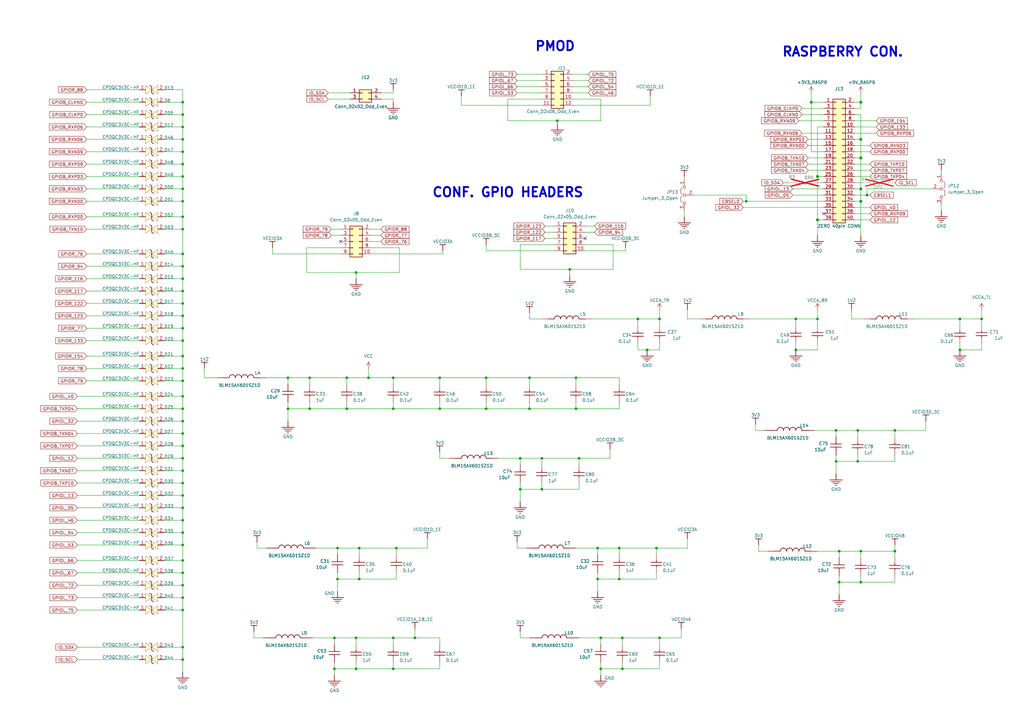
<source format=kicad_sch>
(kicad_sch (version 20231120) (generator "eeschema") (generator_version "8.0")
  (paper "A3")
  (title_block (title "HEXBERRY-V-20Q100") (date "2024-09-19") (rev "1.0") (company "LOGITILES by Hexcape") (comment 1 "Pier Francesco Maria Santi"))
  (junction (at 74.93 187.96))
  (junction (at 146.05 261.62))
  (junction (at 245.11 237.49))
  (junction (at 74.93 193.04))
  (junction (at 74.93 265.43))
  (junction (at 74.93 82.55))
  (junction (at 254 237.49))
  (junction (at 353.06 82.55) (diameter 1.016))
  (junction (at 74.93 203.2))
  (junction (at 335.28 90.17) (diameter 1.016))
  (junction (at 74.93 46.99))
  (junction (at 137.16 261.62))
  (junction (at 74.93 156.21))
  (junction (at 74.93 57.15))
  (junction (at 74.93 134.62))
  (junction (at 74.93 151.13))
  (junction (at 222.25 187.96))
  (junction (at 138.43 224.79))
  (junction (at 147.32 224.79))
  (junction (at 74.93 213.36))
  (junction (at 344.17 226.06))
  (junction (at 270.51 130.81))
  (junction (at 245.11 224.79))
  (junction (at 255.27 274.32))
  (junction (at 74.93 240.03))
  (junction (at 335.28 72.39) (diameter 1.016))
  (junction (at 161.29 261.62))
  (junction (at 147.32 237.49))
  (junction (at 74.93 41.91))
  (junction (at 270.51 261.62))
  (junction (at 146.05 111.76))
  (junction (at 393.7 143.51))
  (junction (at 254 224.79))
  (junction (at 74.93 167.64))
  (junction (at 74.93 162.56))
  (junction (at 351.79 189.23))
  (junction (at 353.06 226.06))
  (junction (at 342.9 176.53))
  (junction (at 326.39 130.81))
  (junction (at 199.39 154.94))
  (junction (at 269.24 224.79))
  (junction (at 74.93 109.22))
  (junction (at 393.7 130.81))
  (junction (at 74.93 52.07))
  (junction (at 233.68 110.49))
  (junction (at 137.16 274.32))
  (junction (at 228.6 49.53))
  (junction (at 142.24 167.64))
  (junction (at 213.36 187.96))
  (junction (at 246.38 274.32))
  (junction (at 199.39 167.64))
  (junction (at 127 167.64))
  (junction (at 74.93 182.88))
  (junction (at 146.05 274.32))
  (junction (at 74.93 77.47))
  (junction (at 74.93 104.14))
  (junction (at 306.07 82.55))
  (junction (at 367.03 226.06))
  (junction (at 236.22 167.64))
  (junction (at 74.93 146.05))
  (junction (at 261.62 130.81))
  (junction (at 161.29 154.94))
  (junction (at 353.06 57.15) (diameter 1.016))
  (junction (at 265.43 143.51))
  (junction (at 74.93 270.51))
  (junction (at 118.11 154.94))
  (junction (at 332.74 41.91) (diameter 1.016))
  (junction (at 74.93 250.19))
  (junction (at 344.17 238.76))
  (junction (at 180.34 154.94))
  (junction (at 355.6 80.01))
  (junction (at 74.93 198.12))
  (junction (at 402.59 130.81))
  (junction (at 74.93 129.54))
  (junction (at 74.93 218.44))
  (junction (at 74.93 223.52))
  (junction (at 74.93 208.28))
  (junction (at 162.56 224.79))
  (junction (at 74.93 234.95))
  (junction (at 236.22 154.94))
  (junction (at 74.93 67.31))
  (junction (at 353.06 64.77) (diameter 1.016))
  (junction (at 142.24 154.94))
  (junction (at 74.93 124.46))
  (junction (at 353.06 41.91) (diameter 1.016))
  (junction (at 74.93 119.38))
  (junction (at 342.9 189.23))
  (junction (at 161.29 167.64))
  (junction (at 367.03 176.53))
  (junction (at 74.93 245.11))
  (junction (at 127 154.94))
  (junction (at 217.17 154.94))
  (junction (at 74.93 62.23))
  (junction (at 326.39 143.51))
  (junction (at 74.93 72.39))
  (junction (at 74.93 177.8))
  (junction (at 255.27 261.62))
  (junction (at 335.28 130.81))
  (junction (at 74.93 139.7))
  (junction (at 180.34 167.64))
  (junction (at 170.18 261.62))
  (junction (at 74.93 88.9))
  (junction (at 237.49 187.96))
  (junction (at 138.43 237.49))
  (junction (at 353.06 238.76))
  (junction (at 151.13 154.94))
  (junction (at 217.17 167.64))
  (junction (at 74.93 114.3))
  (junction (at 353.06 77.47) (diameter 1.016))
  (junction (at 118.11 167.64))
  (junction (at 161.29 274.32))
  (junction (at 74.93 229.87))
  (junction (at 351.79 176.53))
  (junction (at 74.93 93.98))
  (junction (at 246.38 261.62))
  (junction (at 74.93 172.72))
  (junction (at 213.36 200.66))
  (junction (at 222.25 200.66))
  (no_connect (at 337.82 87.63))
  (no_connect (at 139.7 99.06))
  (no_connect (at 240.03 97.79))
  (wire (pts (xy 222.25 198.12) (xy 222.25 200.66)))
  (wire (pts (xy 57.15 114.3) (xy 35.56 114.3)))
  (wire (pts (xy 350.52 59.69) (xy 356.87 59.69)))
  (wire (pts (xy 67.31 240.03) (xy 74.93 240.03)))
  (wire (pts (xy 212.09 38.1) (xy 222.25 38.1)))
  (wire (pts (xy 367.03 223.52) (xy 367.03 226.06)))
  (wire (pts (xy 57.15 218.44) (xy 31.75 218.44)))
  (wire (pts (xy 350.52 90.17) (xy 356.87 90.17)))
  (wire (pts (xy 57.15 67.31) (xy 35.56 67.31)))
  (wire (pts (xy 393.7 130.81) (xy 402.59 130.81)))
  (wire (pts (xy 393.7 140.97) (xy 393.7 143.51)))
  (wire (pts (xy 335.28 90.17) (xy 337.82 90.17)))
  (wire (pts (xy 83.82 154.94) (xy 88.9 154.94)))
  (wire (pts (xy 67.31 234.95) (xy 74.93 234.95)))
  (wire (pts (xy 217.17 128.27) (xy 217.17 130.81)))
  (wire (pts (xy 246.38 40.64) (xy 246.38 49.53)))
  (wire (pts (xy 83.82 154.94) (xy 83.82 151.13)))
  (wire (pts (xy 331.47 67.31) (xy 337.82 67.31)))
  (wire (pts (xy 161.29 274.32) (xy 180.34 274.32)))
  (wire (pts (xy 351.79 176.53) (xy 367.03 176.53)))
  (wire (pts (xy 353.06 46.99) (xy 353.06 57.15)))
  (wire (pts (xy 74.93 146.05) (xy 74.93 151.13)))
  (wire (pts (xy 270.51 261.62) (xy 279.4 261.62)))
  (wire (pts (xy 138.43 224.79) (xy 147.32 224.79)))
  (wire (pts (xy 118.11 172.72) (xy 118.11 167.64)))
  (wire (pts (xy 57.15 129.54) (xy 35.56 129.54)))
  (wire (pts (xy 266.7 39.37) (xy 266.7 43.18)))
  (wire (pts (xy 74.93 198.12) (xy 74.93 203.2)))
  (wire (pts (xy 57.15 203.2) (xy 31.75 203.2)))
  (wire (pts (xy 180.34 165.1) (xy 180.34 167.64)))
  (wire (pts (xy 325.12 77.47) (xy 337.82 77.47)))
  (wire (pts (xy 147.32 224.79) (xy 162.56 224.79)))
  (wire (pts (xy 222.25 187.96) (xy 237.49 187.96)))
  (wire (pts (xy 67.31 213.36) (xy 74.93 213.36)))
  (wire (pts (xy 152.4 96.52) (xy 156.21 96.52)))
  (wire (pts (xy 57.15 57.15) (xy 35.56 57.15)))
  (wire (pts (xy 146.05 111.76) (xy 125.73 111.76)))
  (wire (pts (xy 237.49 261.62) (xy 246.38 261.62)))
  (wire (pts (xy 170.18 257.81) (xy 170.18 261.62)))
  (wire (pts (xy 374.65 130.81) (xy 393.7 130.81)))
  (wire (pts (xy 74.93 182.88) (xy 74.93 187.96)))
  (wire (pts (xy 74.93 77.47) (xy 74.93 82.55)))
  (wire (pts (xy 367.03 236.22) (xy 367.03 238.76)))
  (wire (pts (xy 270.51 133.35) (xy 270.51 130.81)))
  (wire (pts (xy 152.4 101.6) (xy 163.83 101.6)))
  (wire (pts (xy 281.94 130.81) (xy 287.02 130.81)))
  (wire (pts (xy 331.47 69.85) (xy 337.82 69.85)))
  (wire (pts (xy 270.51 264.16) (xy 270.51 261.62)))
  (wire (pts (xy 332.74 41.91) (xy 337.82 41.91)))
  (wire (pts (xy 213.36 259.08) (xy 213.36 261.62)))
  (wire (pts (xy 57.15 213.36) (xy 31.75 213.36)))
  (wire (pts (xy 180.34 185.42) (xy 180.34 187.96)))
  (wire (pts (xy 240.03 100.33) (xy 251.46 100.33)))
  (wire (pts (xy 57.15 134.62) (xy 35.56 134.62)))
  (wire (pts (xy 367.03 176.53) (xy 379.73 176.53)))
  (wire (pts (xy 156.21 40.64) (xy 161.29 40.64)))
  (wire (pts (xy 57.15 41.91) (xy 35.56 41.91)))
  (wire (pts (xy 327.66 49.53) (xy 337.82 49.53)))
  (wire (pts (xy 163.83 101.6) (xy 163.83 111.76)))
  (wire (pts (xy 146.05 111.76) (xy 146.05 114.3)))
  (wire (pts (xy 67.31 77.47) (xy 74.93 77.47)))
  (wire (pts (xy 128.27 261.62) (xy 137.16 261.62)))
  (wire (pts (xy 351.79 179.07) (xy 351.79 176.53)))
  (wire (pts (xy 261.62 130.81) (xy 270.51 130.81)))
  (wire (pts (xy 170.18 261.62) (xy 180.34 261.62)))
  (wire (pts (xy 213.36 200.66) (xy 222.25 200.66)))
  (wire (pts (xy 255.27 271.78) (xy 255.27 274.32)))
  (wire (pts (xy 180.34 264.16) (xy 180.34 261.62)))
  (wire (pts (xy 146.05 261.62) (xy 161.29 261.62)))
  (wire (pts (xy 331.47 57.15) (xy 337.82 57.15)))
  (wire (pts (xy 57.15 88.9) (xy 35.56 88.9)))
  (wire (pts (xy 74.93 139.7) (xy 74.93 146.05)))
  (wire (pts (xy 67.31 114.3) (xy 74.93 114.3)))
  (wire (pts (xy 353.06 44.45) (xy 350.52 44.45)))
  (wire (pts (xy 57.15 36.83) (xy 35.56 36.83)))
  (wire (pts (xy 270.51 271.78) (xy 270.51 274.32)))
  (wire (pts (xy 353.06 46.99) (xy 350.52 46.99)))
  (wire (pts (xy 350.52 49.53) (xy 359.41 49.53)))
  (wire (pts (xy 57.15 124.46) (xy 35.56 124.46)))
  (wire (pts (xy 234.95 35.56) (xy 241.3 35.56)))
  (wire (pts (xy 67.31 177.8) (xy 74.93 177.8)))
  (wire (pts (xy 261.62 133.35) (xy 261.62 130.81)))
  (wire (pts (xy 245.11 224.79) (xy 254 224.79)))
  (wire (pts (xy 344.17 226.06) (xy 353.06 226.06)))
  (wire (pts (xy 344.17 236.22) (xy 344.17 238.76)))
  (wire (pts (xy 57.15 234.95) (xy 31.75 234.95)))
  (wire (pts (xy 161.29 271.78) (xy 161.29 274.32)))
  (wire (pts (xy 331.47 64.77) (xy 337.82 64.77)))
  (wire (pts (xy 222.25 200.66) (xy 237.49 200.66)))
  (wire (pts (xy 162.56 224.79) (xy 175.26 224.79)))
  (wire (pts (xy 212.09 224.79) (xy 215.9 224.79)))
  (wire (pts (xy 57.15 104.14) (xy 35.56 104.14)))
  (wire (pts (xy 57.15 240.03) (xy 31.75 240.03)))
  (wire (pts (xy 251.46 110.49) (xy 233.68 110.49)))
  (wire (pts (xy 402.59 127) (xy 402.59 130.81)))
  (wire (pts (xy 279.4 257.81) (xy 279.4 261.62)))
  (wire (pts (xy 161.29 38.1) (xy 156.21 38.1)))
  (wire (pts (xy 325.12 80.01) (xy 337.82 80.01)))
  (wire (pts (xy 74.93 134.62) (xy 74.93 139.7)))
  (wire (pts (xy 125.73 111.76) (xy 125.73 101.6)))
  (wire (pts (xy 237.49 187.96) (xy 250.19 187.96)))
  (wire (pts (xy 342.9 179.07) (xy 342.9 176.53)))
  (wire (pts (xy 134.62 38.1) (xy 143.51 38.1)))
  (wire (pts (xy 356.87 80.01) (xy 355.6 80.01)))
  (wire (pts (xy 213.36 100.33) (xy 227.33 100.33)))
  (wire (pts (xy 208.28 49.53) (xy 208.28 40.64)))
  (wire (pts (xy 180.34 271.78) (xy 180.34 274.32)))
  (wire (pts (xy 147.32 227.33) (xy 147.32 224.79)))
  (wire (pts (xy 74.93 124.46) (xy 74.93 129.54)))
  (wire (pts (xy 367.03 179.07) (xy 367.03 176.53)))
  (wire (pts (xy 386.08 83.82) (xy 386.08 86.36)))
  (wire (pts (xy 74.93 57.15) (xy 74.93 62.23)))
  (wire (pts (xy 67.31 270.51) (xy 74.93 270.51)))
  (wire (pts (xy 246.38 276.86) (xy 246.38 274.32)))
  (wire (pts (xy 152.4 104.14) (xy 181.61 104.14)))
  (wire (pts (xy 74.93 151.13) (xy 74.93 156.21)))
  (wire (pts (xy 236.22 157.48) (xy 236.22 154.94)))
  (wire (pts (xy 57.15 187.96) (xy 31.75 187.96)))
  (wire (pts (xy 57.15 193.04) (xy 31.75 193.04)))
  (wire (pts (xy 326.39 130.81) (xy 335.28 130.81)))
  (wire (pts (xy 328.93 46.99) (xy 337.82 46.99)))
  (wire (pts (xy 152.4 93.98) (xy 156.21 93.98)))
  (wire (pts (xy 335.28 90.17) (xy 335.28 96.52)))
  (wire (pts (xy 127 165.1) (xy 127 167.64)))
  (wire (pts (xy 242.57 130.81) (xy 261.62 130.81)))
  (wire (pts (xy 342.9 189.23) (xy 351.79 189.23)))
  (wire (pts (xy 334.01 176.53) (xy 342.9 176.53)))
  (wire (pts (xy 57.15 182.88) (xy 31.75 182.88)))
  (wire (pts (xy 246.38 271.78) (xy 246.38 274.32)))
  (wire (pts (xy 344.17 243.84) (xy 344.17 238.76)))
  (wire (pts (xy 270.51 143.51) (xy 265.43 143.51)))
  (wire (pts (xy 237.49 190.5) (xy 237.49 187.96)))
  (wire (pts (xy 280.67 86.36) (xy 280.67 88.9)))
  (wire (pts (xy 67.31 129.54) (xy 74.93 129.54)))
  (wire (pts (xy 335.28 133.35) (xy 335.28 130.81)))
  (wire (pts (xy 213.36 205.74) (xy 213.36 200.66)))
  (wire (pts (xy 335.28 52.07) (xy 337.82 52.07)))
  (wire (pts (xy 67.31 82.55) (xy 74.93 82.55)))
  (wire (pts (xy 57.15 265.43) (xy 31.75 265.43)))
  (wire (pts (xy 233.68 110.49) (xy 213.36 110.49)))
  (wire (pts (xy 67.31 162.56) (xy 74.93 162.56)))
  (wire (pts (xy 134.62 40.64) (xy 143.51 40.64)))
  (wire (pts (xy 342.9 194.31) (xy 342.9 189.23)))
  (wire (pts (xy 342.9 176.53) (xy 351.79 176.53)))
  (wire (pts (xy 74.93 93.98) (xy 74.93 104.14)))
  (wire (pts (xy 137.16 276.86) (xy 137.16 274.32)))
  (wire (pts (xy 246.38 261.62) (xy 255.27 261.62)))
  (wire (pts (xy 151.13 154.94) (xy 161.29 154.94)))
  (wire (pts (xy 337.82 54.61) (xy 328.93 54.61)))
  (wire (pts (xy 67.31 250.19) (xy 74.93 250.19)))
  (wire (pts (xy 307.34 130.81) (xy 326.39 130.81)))
  (wire (pts (xy 142.24 157.48) (xy 142.24 154.94)))
  (wire (pts (xy 74.93 270.51) (xy 74.93 275.59)))
  (wire (pts (xy 234.95 38.1) (xy 241.3 38.1)))
  (wire (pts (xy 353.06 82.55) (xy 350.52 82.55)))
  (wire (pts (xy 199.39 157.48) (xy 199.39 154.94)))
  (wire (pts (xy 180.34 154.94) (xy 199.39 154.94)))
  (wire (pts (xy 180.34 187.96) (xy 184.15 187.96)))
  (wire (pts (xy 161.29 36.83) (xy 161.29 38.1)))
  (wire (pts (xy 57.15 82.55) (xy 35.56 82.55)))
  (wire (pts (xy 281.94 220.98) (xy 281.94 224.79)))
  (wire (pts (xy 236.22 154.94) (xy 254 154.94)))
  (wire (pts (xy 74.93 245.11) (xy 74.93 250.19)))
  (wire (pts (xy 142.24 165.1) (xy 142.24 167.64)))
  (wire (pts (xy 353.06 41.91) (xy 350.52 41.91)))
  (wire (pts (xy 261.62 143.51) (xy 265.43 143.51)))
  (wire (pts (xy 74.93 46.99) (xy 74.93 52.07)))
  (wire (pts (xy 367.03 186.69) (xy 367.03 189.23)))
  (wire (pts (xy 127 157.48) (xy 127 154.94)))
  (wire (pts (xy 127 154.94) (xy 142.24 154.94)))
  (wire (pts (xy 67.31 187.96) (xy 74.93 187.96)))
  (wire (pts (xy 353.06 226.06) (xy 367.03 226.06)))
  (wire (pts (xy 246.38 274.32) (xy 255.27 274.32)))
  (wire (pts (xy 199.39 165.1) (xy 199.39 167.64)))
  (wire (pts (xy 304.8 82.55) (xy 306.07 82.55)))
  (wire (pts (xy 284.48 80.01) (xy 306.07 80.01)))
  (wire (pts (xy 393.7 143.51) (xy 402.59 143.51)))
  (wire (pts (xy 137.16 264.16) (xy 137.16 261.62)))
  (wire (pts (xy 118.11 154.94) (xy 127 154.94)))
  (wire (pts (xy 212.09 35.56) (xy 222.25 35.56)))
  (wire (pts (xy 142.24 167.64) (xy 161.29 167.64)))
  (wire (pts (xy 204.47 187.96) (xy 213.36 187.96)))
  (wire (pts (xy 57.15 172.72) (xy 31.75 172.72)))
  (wire (pts (xy 74.93 213.36) (xy 74.93 218.44)))
  (wire (pts (xy 67.31 265.43) (xy 74.93 265.43)))
  (wire (pts (xy 74.93 187.96) (xy 74.93 193.04)))
  (wire (pts (xy 281.94 127) (xy 281.94 130.81)))
  (wire (pts (xy 74.93 223.52) (xy 74.93 229.87)))
  (wire (pts (xy 181.61 104.14) (xy 181.61 102.87)))
  (wire (pts (xy 402.59 133.35) (xy 402.59 130.81)))
  (wire (pts (xy 332.74 62.23) (xy 337.82 62.23)))
  (wire (pts (xy 217.17 130.81) (xy 222.25 130.81)))
  (wire (pts (xy 236.22 165.1) (xy 236.22 167.64)))
  (wire (pts (xy 74.93 41.91) (xy 74.93 46.99)))
  (wire (pts (xy 57.15 52.07) (xy 35.56 52.07)))
  (wire (pts (xy 255.27 261.62) (xy 270.51 261.62)))
  (wire (pts (xy 213.36 261.62) (xy 217.17 261.62)))
  (wire (pts (xy 161.29 264.16) (xy 161.29 261.62)))
  (wire (pts (xy 280.67 72.39) (xy 280.67 73.66)))
  (wire (pts (xy 212.09 30.48) (xy 222.25 30.48)))
  (wire (pts (xy 189.23 39.37) (xy 189.23 43.18)))
  (wire (pts (xy 67.31 88.9) (xy 74.93 88.9)))
  (wire (pts (xy 109.22 154.94) (xy 118.11 154.94)))
  (wire (pts (xy 332.74 41.91) (xy 332.74 62.23)))
  (wire (pts (xy 240.03 102.87) (xy 256.54 102.87)))
  (wire (pts (xy 335.28 226.06) (xy 344.17 226.06)))
  (wire (pts (xy 57.15 119.38) (xy 35.56 119.38)))
  (wire (pts (xy 350.52 69.85) (xy 356.87 69.85)))
  (wire (pts (xy 57.15 208.28) (xy 31.75 208.28)))
  (wire (pts (xy 57.15 245.11) (xy 31.75 245.11)))
  (wire (pts (xy 254 227.33) (xy 254 224.79)))
  (wire (pts (xy 161.29 165.1) (xy 161.29 167.64)))
  (wire (pts (xy 137.16 274.32) (xy 146.05 274.32)))
  (wire (pts (xy 353.06 238.76) (xy 367.03 238.76)))
  (wire (pts (xy 344.17 228.6) (xy 344.17 226.06)))
  (wire (pts (xy 311.15 223.52) (xy 311.15 226.06)))
  (wire (pts (xy 355.6 77.47) (xy 355.6 80.01)))
  (wire (pts (xy 304.8 85.09) (xy 337.82 85.09)))
  (wire (pts (xy 67.31 229.87) (xy 74.93 229.87)))
  (wire (pts (xy 237.49 198.12) (xy 237.49 200.66)))
  (wire (pts (xy 67.31 156.21) (xy 74.93 156.21)))
  (wire (pts (xy 57.15 250.19) (xy 31.75 250.19)))
  (wire (pts (xy 335.28 52.07) (xy 335.28 72.39)))
  (wire (pts (xy 161.29 167.64) (xy 180.34 167.64)))
  (wire (pts (xy 402.59 140.97) (xy 402.59 143.51)))
  (wire (pts (xy 57.15 270.51) (xy 31.75 270.51)))
  (wire (pts (xy 67.31 72.39) (xy 74.93 72.39)))
  (wire (pts (xy 74.93 114.3) (xy 74.93 119.38)))
  (wire (pts (xy 162.56 227.33) (xy 162.56 224.79)))
  (wire (pts (xy 57.15 46.99) (xy 35.56 46.99)))
  (wire (pts (xy 67.31 223.52) (xy 74.93 223.52)))
  (wire (pts (xy 138.43 242.57) (xy 138.43 237.49)))
  (wire (pts (xy 67.31 151.13) (xy 74.93 151.13)))
  (wire (pts (xy 74.93 167.64) (xy 74.93 172.72)))
  (wire (pts (xy 254 224.79) (xy 269.24 224.79)))
  (wire (pts (xy 67.31 139.7) (xy 74.93 139.7)))
  (wire (pts (xy 217.17 157.48) (xy 217.17 154.94)))
  (wire (pts (xy 74.93 82.55) (xy 74.93 88.9)))
  (wire (pts (xy 350.52 67.31) (xy 356.87 67.31)))
  (wire (pts (xy 222.25 190.5) (xy 222.25 187.96)))
  (wire (pts (xy 57.15 167.64) (xy 31.75 167.64)))
  (wire (pts (xy 342.9 186.69) (xy 342.9 189.23)))
  (wire (pts (xy 217.17 167.64) (xy 236.22 167.64)))
  (wire (pts (xy 105.41 224.79) (xy 109.22 224.79)))
  (wire (pts (xy 306.07 80.01) (xy 306.07 82.55)))
  (wire (pts (xy 57.15 72.39) (xy 35.56 72.39)))
  (wire (pts (xy 250.19 184.15) (xy 250.19 187.96)))
  (wire (pts (xy 74.93 52.07) (xy 74.93 57.15)))
  (wire (pts (xy 74.93 229.87) (xy 74.93 234.95)))
  (wire (pts (xy 351.79 186.69) (xy 351.79 189.23)))
  (wire (pts (xy 74.93 67.31) (xy 74.93 72.39)))
  (wire (pts (xy 245.11 234.95) (xy 245.11 237.49)))
  (wire (pts (xy 67.31 245.11) (xy 74.93 245.11)))
  (wire (pts (xy 349.25 130.81) (xy 354.33 130.81)))
  (wire (pts (xy 138.43 227.33) (xy 138.43 224.79)))
  (wire (pts (xy 135.89 93.98) (xy 139.7 93.98)))
  (wire (pts (xy 353.06 57.15) (xy 350.52 57.15)))
  (wire (pts (xy 306.07 82.55) (xy 337.82 82.55)))
  (wire (pts (xy 228.6 49.53) (xy 228.6 50.8)))
  (wire (pts (xy 137.16 261.62) (xy 146.05 261.62)))
  (wire (pts (xy 382.27 77.47) (xy 355.6 77.47)))
  (wire (pts (xy 74.93 88.9) (xy 74.93 93.98)))
  (wire (pts (xy 67.31 193.04) (xy 74.93 193.04)))
  (wire (pts (xy 118.11 165.1) (xy 118.11 167.64)))
  (wire (pts (xy 129.54 224.79) (xy 138.43 224.79)))
  (wire (pts (xy 241.3 30.48) (xy 234.95 30.48)))
  (wire (pts (xy 353.06 38.1) (xy 353.06 41.91)))
  (wire (pts (xy 67.31 57.15) (xy 74.93 57.15)))
  (wire (pts (xy 335.28 72.39) (xy 337.82 72.39)))
  (wire (pts (xy 199.39 102.87) (xy 199.39 100.33)))
  (wire (pts (xy 240.03 95.25) (xy 243.84 95.25)))
  (wire (pts (xy 67.31 203.2) (xy 74.93 203.2)))
  (wire (pts (xy 67.31 134.62) (xy 74.93 134.62)))
  (wire (pts (xy 67.31 104.14) (xy 74.93 104.14)))
  (wire (pts (xy 74.93 62.23) (xy 74.93 67.31)))
  (wire (pts (xy 57.15 198.12) (xy 31.75 198.12)))
  (wire (pts (xy 353.06 64.77) (xy 350.52 64.77)))
  (wire (pts (xy 57.15 62.23) (xy 35.56 62.23)))
  (wire (pts (xy 74.93 218.44) (xy 74.93 223.52)))
  (wire (pts (xy 163.83 111.76) (xy 146.05 111.76)))
  (wire (pts (xy 161.29 154.94) (xy 180.34 154.94)))
  (wire (pts (xy 57.15 77.47) (xy 35.56 77.47)))
  (wire (pts (xy 74.93 193.04) (xy 74.93 198.12)))
  (wire (pts (xy 355.6 80.01) (xy 350.52 80.01)))
  (wire (pts (xy 309.88 173.99) (xy 309.88 176.53)))
  (wire (pts (xy 233.68 110.49) (xy 233.68 113.03)))
  (wire (pts (xy 245.11 237.49) (xy 254 237.49)))
  (wire (pts (xy 127 167.64) (xy 142.24 167.64)))
  (wire (pts (xy 222.25 43.18) (xy 189.23 43.18)))
  (wire (pts (xy 269.24 234.95) (xy 269.24 237.49)))
  (wire (pts (xy 353.06 77.47) (xy 350.52 77.47)))
  (wire (pts (xy 336.55 74.93) (xy 337.82 74.93)))
  (wire (pts (xy 74.93 177.8) (xy 74.93 182.88)))
  (wire (pts (xy 213.36 190.5) (xy 213.36 187.96)))
  (wire (pts (xy 74.93 109.22) (xy 74.93 114.3)))
  (wire (pts (xy 67.31 167.64) (xy 74.93 167.64)))
  (wire (pts (xy 138.43 237.49) (xy 147.32 237.49)))
  (wire (pts (xy 270.51 140.97) (xy 270.51 143.51)))
  (wire (pts (xy 67.31 198.12) (xy 74.93 198.12)))
  (wire (pts (xy 245.11 242.57) (xy 245.11 237.49)))
  (wire (pts (xy 118.11 167.64) (xy 127 167.64)))
  (wire (pts (xy 67.31 182.88) (xy 74.93 182.88)))
  (wire (pts (xy 223.52 97.79) (xy 227.33 97.79)))
  (wire (pts (xy 125.73 101.6) (xy 139.7 101.6)))
  (wire (pts (xy 67.31 172.72) (xy 74.93 172.72)))
  (wire (pts (xy 139.7 104.14) (xy 111.76 104.14)))
  (wire (pts (xy 212.09 33.02) (xy 222.25 33.02)))
  (wire (pts (xy 212.09 222.25) (xy 212.09 224.79)))
  (wire (pts (xy 74.93 203.2) (xy 74.93 208.28)))
  (wire (pts (xy 227.33 102.87) (xy 199.39 102.87)))
  (wire (pts (xy 146.05 274.32) (xy 161.29 274.32)))
  (wire (pts (xy 236.22 167.64) (xy 254 167.64)))
  (wire (pts (xy 353.06 64.77) (xy 353.06 77.47)))
  (wire (pts (xy 74.93 234.95) (xy 74.93 240.03)))
  (wire (pts (xy 74.93 265.43) (xy 74.93 270.51)))
  (wire (pts (xy 236.22 224.79) (xy 245.11 224.79)))
  (wire (pts (xy 180.34 157.48) (xy 180.34 154.94)))
  (wire (pts (xy 208.28 40.64) (xy 222.25 40.64)))
  (wire (pts (xy 241.3 33.02) (xy 234.95 33.02)))
  (wire (pts (xy 57.15 151.13) (xy 35.56 151.13)))
  (wire (pts (xy 147.32 237.49) (xy 162.56 237.49)))
  (wire (pts (xy 223.52 92.71) (xy 227.33 92.71)))
  (wire (pts (xy 379.73 172.72) (xy 379.73 176.53)))
  (wire (pts (xy 321.31 74.93) (xy 323.85 74.93)))
  (wire (pts (xy 74.93 172.72) (xy 74.93 177.8)))
  (wire (pts (xy 269.24 224.79) (xy 281.94 224.79)))
  (wire (pts (xy 353.06 77.47) (xy 353.06 82.55)))
  (wire (pts (xy 31.75 229.87) (xy 57.15 229.87)))
  (wire (pts (xy 67.31 109.22) (xy 74.93 109.22)))
  (wire (pts (xy 162.56 234.95) (xy 162.56 237.49)))
  (wire (pts (xy 161.29 261.62) (xy 170.18 261.62)))
  (wire (pts (xy 74.93 129.54) (xy 74.93 134.62)))
  (wire (pts (xy 254 157.48) (xy 254 154.94)))
  (wire (pts (xy 74.93 250.19) (xy 74.93 265.43)))
  (wire (pts (xy 104.14 261.62) (xy 107.95 261.62)))
  (wire (pts (xy 256.54 102.87) (xy 256.54 101.6)))
  (wire (pts (xy 137.16 271.78) (xy 137.16 274.32)))
  (wire (pts (xy 223.52 95.25) (xy 227.33 95.25)))
  (wire (pts (xy 57.15 109.22) (xy 35.56 109.22)))
  (wire (pts (xy 104.14 259.08) (xy 104.14 261.62)))
  (wire (pts (xy 57.15 146.05) (xy 35.56 146.05)))
  (wire (pts (xy 228.6 49.53) (xy 208.28 49.53)))
  (wire (pts (xy 74.93 119.38) (xy 74.93 124.46)))
  (wire (pts (xy 234.95 40.64) (xy 246.38 40.64)))
  (wire (pts (xy 251.46 100.33) (xy 251.46 110.49)))
  (wire (pts (xy 67.31 208.28) (xy 74.93 208.28)))
  (wire (pts (xy 246.38 264.16) (xy 246.38 261.62)))
  (wire (pts (xy 326.39 140.97) (xy 326.39 143.51)))
  (wire (pts (xy 67.31 124.46) (xy 74.93 124.46)))
  (wire (pts (xy 335.28 72.39) (xy 335.28 90.17)))
  (wire (pts (xy 254 234.95) (xy 254 237.49)))
  (wire (pts (xy 175.26 220.98) (xy 175.26 224.79)))
  (wire (pts (xy 353.06 236.22) (xy 353.06 238.76)))
  (wire (pts (xy 161.29 40.64) (xy 161.29 41.91)))
  (wire (pts (xy 57.15 223.52) (xy 31.75 223.52)))
  (wire (pts (xy 67.31 52.07) (xy 74.93 52.07)))
  (wire (pts (xy 74.93 36.83) (xy 74.93 41.91)))
  (wire (pts (xy 67.31 146.05) (xy 74.93 146.05)))
  (wire (pts (xy 255.27 264.16) (xy 255.27 261.62)))
  (wire (pts (xy 105.41 222.25) (xy 105.41 224.79)))
  (wire (pts (xy 142.24 154.94) (xy 151.13 154.94)))
  (wire (pts (xy 309.88 176.53) (xy 313.69 176.53)))
  (wire (pts (xy 74.93 208.28) (xy 74.93 213.36)))
  (wire (pts (xy 74.93 72.39) (xy 74.93 77.47)))
  (wire (pts (xy 350.52 87.63) (xy 356.87 87.63)))
  (wire (pts (xy 353.06 41.91) (xy 353.06 44.45)))
  (wire (pts (xy 57.15 93.98) (xy 35.56 93.98)))
  (wire (pts (xy 213.36 187.96) (xy 222.25 187.96)))
  (wire (pts (xy 146.05 271.78) (xy 146.05 274.32)))
  (wire (pts (xy 146.05 264.16) (xy 146.05 261.62)))
  (wire (pts (xy 67.31 62.23) (xy 74.93 62.23)))
  (wire (pts (xy 350.52 52.07) (xy 359.41 52.07)))
  (wire (pts (xy 254 165.1) (xy 254 167.64)))
  (wire (pts (xy 57.15 139.7) (xy 35.56 139.7)))
  (wire (pts (xy 344.17 238.76) (xy 353.06 238.76)))
  (wire (pts (xy 393.7 133.35) (xy 393.7 130.81)))
  (wire (pts (xy 255.27 274.32) (xy 270.51 274.32)))
  (wire (pts (xy 328.93 44.45) (xy 337.82 44.45)))
  (wire (pts (xy 353.06 82.55) (xy 353.06 96.52)))
  (wire (pts (xy 74.93 104.14) (xy 74.93 109.22)))
  (wire (pts (xy 147.32 234.95) (xy 147.32 237.49)))
  (wire (pts (xy 199.39 154.94) (xy 217.17 154.94)))
  (wire (pts (xy 326.39 133.35) (xy 326.39 130.81)))
  (wire (pts (xy 350.52 72.39) (xy 356.87 72.39)))
  (wire (pts (xy 74.93 240.03) (xy 74.93 245.11)))
  (wire (pts (xy 217.17 165.1) (xy 217.17 167.64)))
  (wire (pts (xy 74.93 156.21) (xy 74.93 162.56)))
  (wire (pts (xy 57.15 156.21) (xy 35.56 156.21)))
  (wire (pts (xy 331.47 59.69) (xy 337.82 59.69)))
  (wire (pts (xy 246.38 49.53) (xy 228.6 49.53)))
  (wire (pts (xy 245.11 227.33) (xy 245.11 224.79)))
  (wire (pts (xy 217.17 154.94) (xy 236.22 154.94)))
  (wire (pts (xy 67.31 41.91) (xy 74.93 41.91)))
  (wire (pts (xy 213.36 110.49) (xy 213.36 100.33)))
  (wire (pts (xy 351.79 189.23) (xy 367.03 189.23)))
  (wire (pts (xy 254 237.49) (xy 269.24 237.49)))
  (wire (pts (xy 67.31 67.31) (xy 74.93 67.31)))
  (wire (pts (xy 152.4 99.06) (xy 156.21 99.06)))
  (wire (pts (xy 67.31 218.44) (xy 74.93 218.44)))
  (wire (pts (xy 199.39 167.64) (xy 217.17 167.64)))
  (wire (pts (xy 213.36 198.12) (xy 213.36 200.66)))
  (wire (pts (xy 180.34 167.64) (xy 199.39 167.64)))
  (wire (pts (xy 349.25 127) (xy 349.25 130.81)))
  (wire (pts (xy 270.51 127) (xy 270.51 130.81)))
  (wire (pts (xy 350.52 85.09) (xy 356.87 85.09)))
  (wire (pts (xy 332.74 38.1) (xy 332.74 41.91)))
  (wire (pts (xy 240.03 92.71) (xy 243.84 92.71)))
  (wire (pts (xy 67.31 36.83) (xy 74.93 36.83)))
  (wire (pts (xy 386.08 69.85) (xy 386.08 71.12)))
  (wire (pts (xy 326.39 143.51) (xy 335.28 143.51)))
  (wire (pts (xy 74.93 162.56) (xy 74.93 167.64)))
  (wire (pts (xy 67.31 93.98) (xy 74.93 93.98)))
  (wire (pts (xy 138.43 234.95) (xy 138.43 237.49)))
  (wire (pts (xy 67.31 46.99) (xy 74.93 46.99)))
  (wire (pts (xy 367.03 226.06) (xy 367.03 228.6)))
  (wire (pts (xy 57.15 177.8) (xy 31.75 177.8)))
  (wire (pts (xy 118.11 157.48) (xy 118.11 154.94)))
  (wire (pts (xy 111.76 104.14) (xy 111.76 101.6)))
  (wire (pts (xy 335.28 127) (xy 335.28 130.81)))
  (wire (pts (xy 135.89 96.52) (xy 139.7 96.52)))
  (wire (pts (xy 350.52 74.93) (xy 354.33 74.93)))
  (wire (pts (xy 353.06 228.6) (xy 353.06 226.06)))
  (wire (pts (xy 261.62 140.97) (xy 261.62 143.51)))
  (wire (pts (xy 161.29 157.48) (xy 161.29 154.94)))
  (wire (pts (xy 67.31 119.38) (xy 74.93 119.38)))
  (wire (pts (xy 311.15 226.06) (xy 314.96 226.06)))
  (wire (pts (xy 269.24 227.33) (xy 269.24 224.79)))
  (wire (pts (xy 57.15 162.56) (xy 31.75 162.56)))
  (wire (pts (xy 353.06 57.15) (xy 353.06 64.77)))
  (wire (pts (xy 350.52 62.23) (xy 356.87 62.23)))
  (wire (pts (xy 335.28 140.97) (xy 335.28 143.51)))
  (wire (pts (xy 151.13 151.13) (xy 151.13 154.94)))
  (wire (pts (xy 234.95 43.18) (xy 266.7 43.18)))
  (wire (pts (xy 350.52 54.61) (xy 359.41 54.61)))
  (text "PMOD\n" (at 219.202 21.336 0) (effects (font (size 3.81 3.81) (bold yes)) (justify left bottom)))
  (text "CONF. GPIO HEADERS" (at 177.038 81.28 0) (effects (font (size 3.81 3.81) (bold yes)) (justify left bottom)))
  (text "RASPBERRY CON." (at 320.548 23.622 0) (effects (font (size 3.81 3.81) (bold yes)) (justify left bottom)))
  (global_label "GPIOB_RXP00" (shape input) (at 356.87 62.23 0) (property "Intersheetrefs" "${INTERSHEET_REFS}" (at 372.8317 62.23 0) (effects (justify left))))
  (global_label "GPIOR_78" (shape input) (at 135.89 96.52 180) (property "Intersheetrefs" "${INTERSHEET_REFS}" (at 123.6778 96.52 0) (effects (justify right))))
  (global_label "GPIOB_RXN00" (shape input) (at 35.56 82.55 180) (property "Intersheetrefs" "${INTERSHEET_REFS}" (at 19.5378 82.55 0) (effects (justify right))))
  (global_label "GPIOR_76" (shape input) (at 35.56 104.14 180) (property "Intersheetrefs" "${INTERSHEET_REFS}" (at 23.3478 104.14 0) (effects (justify right))))
  (global_label "GPIOB_RXP06" (shape input) (at 35.56 52.07 180) (property "Intersheetrefs" "${INTERSHEET_REFS}" (at 19.5983 52.07 0) (effects (justify right))))
  (global_label "ID_SDA" (shape input) (at 31.75 265.43 180) (property "Intersheetrefs" "${INTERSHEET_REFS}" (at 22.2592 265.43 0) (effects (justify right))))
  (global_label "GPIOL_53" (shape input) (at 212.09 38.1 180) (property "Intersheetrefs" "${INTERSHEET_REFS}" (at 200.1197 38.1 0) (effects (justify right))))
  (global_label "GPIOB_TXN10" (shape input) (at 35.56 93.98 180) (property "Intersheetrefs" "${INTERSHEET_REFS}" (at 19.8402 93.98 0) (effects (justify right))))
  (global_label "GPIOB_TXP04" (shape input) (at 356.87 72.39 0) (property "Intersheetrefs" "${INTERSHEET_REFS}" (at 372.5293 72.39 0) (effects (justify left))))
  (global_label "GPIOL_66" (shape input) (at 31.75 229.87 180) (property "Intersheetrefs" "${INTERSHEET_REFS}" (at 19.7797 229.87 0) (effects (justify right))))
  (global_label "GPIOL_67" (shape input) (at 212.09 33.02 180) (property "Intersheetrefs" "${INTERSHEET_REFS}" (at 200.1197 33.02 0) (effects (justify right))))
  (global_label "GPIOB_RXP09" (shape input) (at 356.87 87.63 0) (property "Intersheetrefs" "${INTERSHEET_REFS}" (at 372.8317 87.63 0) (effects (justify left))))
  (global_label "GPIOB_RXP03" (shape input) (at 35.56 72.39 180) (property "Intersheetrefs" "${INTERSHEET_REFS}" (at 19.5983 72.39 0) (effects (justify right))))
  (global_label "GPIOB_RXP09" (shape input) (at 35.56 67.31 180) (property "Intersheetrefs" "${INTERSHEET_REFS}" (at 19.5983 67.31 0) (effects (justify right))))
  (global_label "GPIOR_154" (shape input) (at 359.41 49.53 0) (property "Intersheetrefs" "${INTERSHEET_REFS}" (at 372.8317 49.53 0) (effects (justify left))))
  (global_label "GPIOL_75" (shape input) (at 31.75 250.19 180) (property "Intersheetrefs" "${INTERSHEET_REFS}" (at 19.7797 250.19 0) (effects (justify right))))
  (global_label "GPIOR_78" (shape input) (at 35.56 151.13 180) (property "Intersheetrefs" "${INTERSHEET_REFS}" (at 23.3478 151.13 0) (effects (justify right))))
  (global_label "GPIOB_TXP10" (shape input) (at 356.87 67.31 0) (property "Intersheetrefs" "${INTERSHEET_REFS}" (at 372.5293 67.31 0) (effects (justify left))))
  (global_label "GPIOL_53" (shape input) (at 31.75 223.52 180) (property "Intersheetrefs" "${INTERSHEET_REFS}" (at 19.7797 223.52 0) (effects (justify right))))
  (global_label "GPIOR_79" (shape input) (at 35.56 156.21 180) (property "Intersheetrefs" "${INTERSHEET_REFS}" (at 23.3478 156.21 0) (effects (justify right))))
  (global_label "GPIOR_116" (shape input) (at 243.84 92.71 0) (property "Intersheetrefs" "${INTERSHEET_REFS}" (at 257.2617 92.71 0) (effects (justify left))))
  (global_label "GPIOR_123" (shape input) (at 223.52 92.71 180) (property "Intersheetrefs" "${INTERSHEET_REFS}" (at 210.0983 92.71 0) (effects (justify right))))
  (global_label "GPIOL_66" (shape input) (at 212.09 35.56 180) (property "Intersheetrefs" "${INTERSHEET_REFS}" (at 200.1197 35.56 0) (effects (justify right))))
  (global_label "GPIOB_RXP00" (shape input) (at 35.56 88.9 180) (property "Intersheetrefs" "${INTERSHEET_REFS}" (at 19.5983 88.9 0) (effects (justify right))))
  (global_label "GPIOR_154" (shape input) (at 35.56 146.05 180) (property "Intersheetrefs" "${INTERSHEET_REFS}" (at 22.1383 146.05 0) (effects (justify right))))
  (global_label "GPIOB_TXN04" (shape input) (at 331.47 69.85 180) (property "Intersheetrefs" "${INTERSHEET_REFS}" (at 315.7502 69.85 0) (effects (justify right))))
  (global_label "GPIOR_122" (shape input) (at 35.56 124.46 180) (property "Intersheetrefs" "${INTERSHEET_REFS}" (at 22.1383 124.46 0) (effects (justify right))))
  (global_label "GPIOB_TXP10" (shape input) (at 31.75 198.12 180) (property "Intersheetrefs" "${INTERSHEET_REFS}" (at 16.0907 198.12 0) (effects (justify right))))
  (global_label "GPIOR_117" (shape input) (at 35.56 119.38 180) (property "Intersheetrefs" "${INTERSHEET_REFS}" (at 22.1383 119.38 0) (effects (justify right))))
  (global_label "GPIOL_40" (shape input) (at 356.87 85.09 0) (property "Intersheetrefs" "${INTERSHEET_REFS}" (at 368.8403 85.09 0) (effects (justify left))))
  (global_label "GPIOR_94" (shape input) (at 243.84 95.25 0) (property "Intersheetrefs" "${INTERSHEET_REFS}" (at 256.0522 95.25 0) (effects (justify left))))
  (global_label "GPIOL_72" (shape input) (at 241.3 33.02 0) (property "Intersheetrefs" "${INTERSHEET_REFS}" (at 253.2703 33.02 0) (effects (justify left))))
  (global_label "GPIOL_32" (shape input) (at 31.75 172.72 180) (property "Intersheetrefs" "${INTERSHEET_REFS}" (at 19.7797 172.72 0) (effects (justify right))))
  (global_label "GPIOL_75" (shape input) (at 241.3 30.48 0) (property "Intersheetrefs" "${INTERSHEET_REFS}" (at 253.2703 30.48 0) (effects (justify left))))
  (global_label "GPIOB_CLKP0" (shape input) (at 35.56 46.99 180) (property "Intersheetrefs" "${INTERSHEET_REFS}" (at 19.7192 46.99 0) (effects (justify right))))
  (global_label "GPIOB_RXN03" (shape input) (at 35.56 77.47 180) (property "Intersheetrefs" "${INTERSHEET_REFS}" (at 19.5378 77.47 0) (effects (justify right))))
  (global_label "GPIOR_88" (shape input) (at 156.21 93.98 0) (property "Intersheetrefs" "${INTERSHEET_REFS}" (at 168.4222 93.98 0) (effects (justify left))))
  (global_label "GPIOR_116" (shape input) (at 35.56 114.3 180) (property "Intersheetrefs" "${INTERSHEET_REFS}" (at 22.1383 114.3 0) (effects (justify right))))
  (global_label "GPIOR_122" (shape input) (at 223.52 95.25 180) (property "Intersheetrefs" "${INTERSHEET_REFS}" (at 210.0983 95.25 0) (effects (justify right))))
  (global_label "GPIOB_CLKN0" (shape input) (at 35.56 41.91 180) (property "Intersheetrefs" "${INTERSHEET_REFS}" (at 19.6587 41.91 0) (effects (justify right))))
  (global_label "GPIOR_76" (shape input) (at 156.21 99.06 0) (property "Intersheetrefs" "${INTERSHEET_REFS}" (at 168.4222 99.06 0) (effects (justify left))))
  (global_label "GPIOL_72" (shape input) (at 31.75 240.03 180) (property "Intersheetrefs" "${INTERSHEET_REFS}" (at 19.7797 240.03 0) (effects (justify right))))
  (global_label "GPIOB_RXN06" (shape input) (at 35.56 57.15 180) (property "Intersheetrefs" "${INTERSHEET_REFS}" (at 19.5378 57.15 0) (effects (justify right))))
  (global_label "ID_SDA" (shape input) (at 134.62 38.1 180) (property "Intersheetrefs" "${INTERSHEET_REFS}" (at 125.1292 38.1 0) (effects (justify right))))
  (global_label "ID_SCL" (shape input) (at 31.75 270.51 180) (property "Intersheetrefs" "${INTERSHEET_REFS}" (at 22.3197 270.51 0) (effects (justify right))))
  (global_label "GPIOL_13" (shape input) (at 31.75 203.2 180) (property "Intersheetrefs" "${INTERSHEET_REFS}" (at 19.7797 203.2 0) (effects (justify right))))
  (global_label "GPIOL_46" (shape input) (at 241.3 38.1 0) (property "Intersheetrefs" "${INTERSHEET_REFS}" (at 253.2703 38.1 0) (effects (justify left))))
  (global_label "GPIOL_67" (shape input) (at 31.75 234.95 180) (property "Intersheetrefs" "${INTERSHEET_REFS}" (at 19.7797 234.95 0) (effects (justify right))))
  (global_label "GPIOB_CLKN0" (shape input) (at 328.93 46.99 180) (property "Intersheetrefs" "${INTERSHEET_REFS}" (at 313.0287 46.99 0) (effects (justify right))))
  (global_label "GPIOL_73" (shape input) (at 31.75 245.11 180) (property "Intersheetrefs" "${INTERSHEET_REFS}" (at 19.7797 245.11 0) (effects (justify right))))
  (global_label "GPIOB_TXN07" (shape input) (at 331.47 67.31 180) (property "Intersheetrefs" "${INTERSHEET_REFS}" (at 315.7502 67.31 0) (effects (justify right))))
  (global_label "GPIOL_12" (shape input) (at 356.87 90.17 0) (property "Intersheetrefs" "${INTERSHEET_REFS}" (at 368.8403 90.17 0) (effects (justify left))))
  (global_label "GPIOL_12" (shape input) (at 31.75 187.96 180) (property "Intersheetrefs" "${INTERSHEET_REFS}" (at 19.7797 187.96 0) (effects (justify right))))
  (global_label "GPIOB_RXN09" (shape input) (at 327.66 49.53 180) (property "Intersheetrefs" "${INTERSHEET_REFS}" (at 311.6378 49.53 0) (effects (justify right))))
  (global_label "GPIOL_54" (shape input) (at 31.75 218.44 180) (property "Intersheetrefs" "${INTERSHEET_REFS}" (at 19.7797 218.44 0) (effects (justify right))))
  (global_label "GPIOB_RXP06" (shape input) (at 359.41 54.61 0) (property "Intersheetrefs" "${INTERSHEET_REFS}" (at 375.3717 54.61 0) (effects (justify left))))
  (global_label "ID_SCL" (shape input) (at 134.62 40.64 180) (property "Intersheetrefs" "${INTERSHEET_REFS}" (at 125.1897 40.64 0) (effects (justify right))))
  (global_label "GPIOB_RXN03" (shape input) (at 356.87 59.69 0) (property "Intersheetrefs" "${INTERSHEET_REFS}" (at 372.8922 59.69 0) (effects (justify left))))
  (global_label "GPIOB_RXN09" (shape input) (at 35.56 62.23 180) (property "Intersheetrefs" "${INTERSHEET_REFS}" (at 19.5378 62.23 0) (effects (justify right))))
  (global_label "GPIOR_123" (shape input) (at 35.56 129.54 180) (property "Intersheetrefs" "${INTERSHEET_REFS}" (at 22.1383 129.54 0) (effects (justify right))))
  (global_label "GPIOL_73" (shape input) (at 212.09 30.48 180) (property "Intersheetrefs" "${INTERSHEET_REFS}" (at 200.1197 30.48 0) (effects (justify right))))
  (global_label "GPIOR_77" (shape input) (at 156.21 96.52 0) (property "Intersheetrefs" "${INTERSHEET_REFS}" (at 168.4222 96.52 0) (effects (justify left))))
  (global_label "GPIOL_54" (shape input) (at 241.3 35.56 0) (property "Intersheetrefs" "${INTERSHEET_REFS}" (at 253.2703 35.56 0) (effects (justify left))))
  (global_label "CBSEL1" (shape input) (at 356.87 80.01 0) (property "Intersheetrefs" "${INTERSHEET_REFS}" (at 367.0864 80.01 0) (effects (justify left))))
  (global_label "ID_SCL" (shape input) (at 367.03 74.93 0) (property "Intersheetrefs" "${INTERSHEET_REFS}" (at 376.4603 74.93 0) (effects (justify left))))
  (global_label "GPIOB_TXP04" (shape input) (at 31.75 167.64 180) (property "Intersheetrefs" "${INTERSHEET_REFS}" (at 16.0907 167.64 0) (effects (justify right))))
  (global_label "GPIOL_13" (shape input) (at 325.12 77.47 180) (property "Intersheetrefs" "${INTERSHEET_REFS}" (at 313.1497 77.47 0) (effects (justify right))))
  (global_label "GPIOB_TXP07" (shape input) (at 356.87 69.85 0) (property "Intersheetrefs" "${INTERSHEET_REFS}" (at 372.5293 69.85 0) (effects (justify left))))
  (global_label "GPIOL_46" (shape input) (at 31.75 213.36 180) (property "Intersheetrefs" "${INTERSHEET_REFS}" (at 19.7797 213.36 0) (effects (justify right))))
  (global_label "GPIOB_RXN00" (shape input) (at 331.47 59.69 180) (property "Intersheetrefs" "${INTERSHEET_REFS}" (at 315.4478 59.69 0) (effects (justify right))))
  (global_label "GPIOR_133" (shape input) (at 35.56 139.7 180) (property "Intersheetrefs" "${INTERSHEET_REFS}" (at 22.1383 139.7 0) (effects (justify right))))
  (global_label "GPIOR_88" (shape input) (at 35.56 36.83 180) (property "Intersheetrefs" "${INTERSHEET_REFS}" (at 23.3478 36.83 0) (effects (justify right))))
  (global_label "GPIOR_133" (shape input) (at 359.41 52.07 0) (property "Intersheetrefs" "${INTERSHEET_REFS}" (at 372.8317 52.07 0) (effects (justify left))))
  (global_label "GPIOB_RXP03" (shape input) (at 331.47 57.15 180) (property "Intersheetrefs" "${INTERSHEET_REFS}" (at 315.5083 57.15 0) (effects (justify right))))
  (global_label "CBSEL0" (shape input) (at 304.8 82.55 180) (property "Intersheetrefs" "${INTERSHEET_REFS}" (at 294.5836 82.55 0) (effects (justify right))))
  (global_label "GPIOL_40" (shape input) (at 31.75 162.56 180) (property "Intersheetrefs" "${INTERSHEET_REFS}" (at 19.7797 162.56 0) (effects (justify right))))
  (global_label "GPIOB_TXN10" (shape input) (at 331.47 64.77 180) (property "Intersheetrefs" "${INTERSHEET_REFS}" (at 315.7502 64.77 0) (effects (justify right))))
  (global_label "GPIOL_05" (shape input) (at 31.75 208.28 180) (property "Intersheetrefs" "${INTERSHEET_REFS}" (at 19.7797 208.28 0) (effects (justify right))))
  (global_label "ID_SDA" (shape input) (at 321.31 74.93 180) (property "Intersheetrefs" "${INTERSHEET_REFS}" (at 311.8192 74.93 0) (effects (justify right))))
  (global_label "GPIOR_117" (shape input) (at 223.52 97.79 180) (property "Intersheetrefs" "${INTERSHEET_REFS}" (at 210.0983 97.79 0) (effects (justify right))))
  (global_label "GPIOL_05" (shape input) (at 325.12 80.01 180) (property "Intersheetrefs" "${INTERSHEET_REFS}" (at 313.1497 80.01 0) (effects (justify right))))
  (global_label "GPIOB_CLKP0" (shape input) (at 328.93 44.45 180) (property "Intersheetrefs" "${INTERSHEET_REFS}" (at 313.0892 44.45 0) (effects (justify right))))
  (global_label "GPIOL_32" (shape input) (at 304.8 85.09 180) (property "Intersheetrefs" "${INTERSHEET_REFS}" (at 292.8297 85.09 0) (effects (justify right))))
  (global_label "GPIOR_79" (shape input) (at 135.89 93.98 180) (property "Intersheetrefs" "${INTERSHEET_REFS}" (at 123.6778 93.98 0) (effects (justify right))))
  (global_label "GPIOR_94" (shape input) (at 35.56 109.22 180) (property "Intersheetrefs" "${INTERSHEET_REFS}" (at 23.3478 109.22 0) (effects (justify right))))
  (global_label "GPIOB_TXN07" (shape input) (at 31.75 193.04 180) (property "Intersheetrefs" "${INTERSHEET_REFS}" (at 16.0302 193.04 0) (effects (justify right))))
  (global_label "GPIOR_77" (shape input) (at 35.56 134.62 180) (property "Intersheetrefs" "${INTERSHEET_REFS}" (at 23.3478 134.62 0) (effects (justify right))))
  (global_label "GPIOB_TXN04" (shape input) (at 31.75 177.8 180) (property "Intersheetrefs" "${INTERSHEET_REFS}" (at 16.0302 177.8 0) (effects (justify right))))
  (global_label "GPIOB_RXN06" (shape input) (at 328.93 54.61 180) (property "Intersheetrefs" "${INTERSHEET_REFS}" (at 312.9078 54.61 0) (effects (justify right))))
  (global_label "GPIOB_TXP07" (shape input) (at 31.75 182.88 180) (property "Intersheetrefs" "${INTERSHEET_REFS}" (at 16.0907 182.88 0) (effects (justify right))))
  (symbol (lib_name "root_3_SMA6J_1") (lib_id "prova-altium-import:root_3_SMA6J") (at 62.23 109.22 0) (unit 1)
    (property "Reference" "D14" (at 67.31 109.22 0) (effects (justify left bottom)))
    (property "Value" "CPDQC3V3C-HF" (at 41.91 108.966 0) (effects (justify left bottom)))
    (property "Footprint" "diodo_mio:D_0402_1005Metric" (effects (hide yes)))
    (property "Description" "CPDQC3V3C" (effects (hide yes)))
  )
  (symbol (lib_name "root_3_SMA6J_1") (lib_id "prova-altium-import:root_3_SMA6J") (at 62.23 172.72 0) (unit 1)
    (property "Reference" "D26" (at 67.31 172.72 0) (effects (justify left bottom)))
    (property "Value" "CPDQC3V3C-HF" (at 41.91 172.466 0) (effects (justify left bottom)))
    (property "Footprint" "diodo_mio:D_0402_1005Metric" (effects (hide yes)))
    (property "Description" "CPDQC3V3C" (effects (hide yes)))
  )
  (symbol (lib_id "prova-altium-import:root_0_CAP_0") (at 337.82 133.35 0) (mirror y) (unit 1)
    (property "Reference" "C51" (at 342.392 136.906 0) (effects (justify left bottom)))
    (property "Value" "1uF" (at 344.17 139.446 0) (effects (justify left bottom)))
    (property "Footprint" "Capacitor_SMD:C_0402_1005Metric" (effects (hide yes)))
    (property "Description" "MLCC Caeramic" (effects (hide yes)))
    (property "05-000238" "*" (effects (hide yes)))
  )
  (symbol (lib_id "prova-altium-import:GND_POWER_GROUND") (at 213.36 205.74 0) (mirror y) (unit 1)
    (property "Reference" "#PWR0118" (effects (hide yes)))
    (property "Value" "GND" (at 213.36 212.09 0))
  )
  (symbol (lib_name "root_3_SMA6J_1") (lib_id "prova-altium-import:root_3_SMA6J") (at 62.23 270.51 0) (unit 1)
    (property "Reference" "D44" (at 67.31 270.51 0) (effects (justify left bottom)))
    (property "Value" "CPDQC3V3C-HF" (at 41.91 270.256 0) (effects (justify left bottom)))
    (property "Footprint" "diodo_mio:D_0402_1005Metric" (effects (hide yes)))
    (property "Description" "CPDQC3V3C" (effects (hide yes)))
  )
  (symbol (lib_id "Jumper:Jumper_3_Open") (at 386.08 77.47 270) (unit 1) (exclude_from_sim yes) (in_bom no)
    (property "Reference" "JP12" (at 388.62 76.1999 90) (effects (justify left)))
    (property "Value" "Jumper_3_Open" (at 388.62 78.7399 90) (effects (justify left)))
    (property "Footprint" "Jumper:SolderJumper-3_P1.3mm_Open_Pad1.0x1.5mm_NumberLabels" (effects (hide yes)))
    (property "Description" "Jumper, 3-pole, both open" (effects (hide yes)))
  )
  (symbol (lib_id "prova-altium-import:GND_POWER_GROUND") (at 335.28 96.52 0) (unit 1)
    (property "Reference" "#PWR0120" (effects (hide yes)))
    (property "Value" "GND" (at 335.28 102.87 0))
  )
  (symbol (lib_id "Connector_Generic:Conn_02x06_Odd_Even") (at 227.33 35.56 0) (unit 1)
    (property "Reference" "J11" (at 230.378 27.94 0))
    (property "Value" "Conn_02x06_Odd_Even" (at 226.822 45.72 0))
    (property "Footprint" "Connector_PinSocket_2.54mm:PinSocket_2x06_P2.54mm_Vertical" (effects (hide yes)))
    (property "Description" "Generic connector, double row, 02x06, odd/even pin numbering scheme (row 1 odd numbers, row 2 even numbers), script generated (kicad-library-utils/schlib/autogen/connector/)" (effects (hide yes)))
  )
  (symbol (lib_id "prova-altium-import:3V3_BAR") (at 280.67 72.39 180) (unit 1)
    (property "Reference" "#PWR0135" (effects (hide yes)))
    (property "Value" "3V3" (at 280.67 68.58 0))
  )
  (symbol (lib_name "root_3_SMA6J_1") (lib_id "prova-altium-import:root_3_SMA6J") (at 62.23 182.88 0) (unit 1)
    (property "Reference" "D28" (at 67.31 182.88 0) (effects (justify left bottom)))
    (property "Value" "CPDQC3V3C-HF" (at 41.91 182.626 0) (effects (justify left bottom)))
    (property "Footprint" "diodo_mio:D_0402_1005Metric" (effects (hide yes)))
    (property "Description" "CPDQC3V3C" (effects (hide yes)))
  )
  (symbol (lib_name "root_3_SMA6J_1") (lib_id "prova-altium-import:root_3_SMA6J") (at 62.23 198.12 0) (unit 1)
    (property "Reference" "D30" (at 67.31 198.12 0) (effects (justify left bottom)))
    (property "Value" "CPDQC3V3C-HF" (at 41.91 197.866 0) (effects (justify left bottom)))
    (property "Footprint" "diodo_mio:D_0402_1005Metric" (effects (hide yes)))
    (property "Description" "CPDQC3V3C" (effects (hide yes)))
  )
  (symbol (lib_id "prova-altium-import:GND_POWER_GROUND") (at 280.67 88.9 0) (mirror y) (unit 1)
    (property "Reference" "#PWR0136" (effects (hide yes)))
    (property "Value" "GND" (at 280.67 95.25 0))
  )
  (symbol (lib_name "root_3_SMA6J_1") (lib_id "prova-altium-import:root_3_SMA6J") (at 62.23 213.36 0) (unit 1)
    (property "Reference" "D34" (at 67.31 213.36 0) (effects (justify left bottom)))
    (property "Value" "CPDQC3V3C-HF" (at 41.91 213.106 0) (effects (justify left bottom)))
    (property "Footprint" "diodo_mio:D_0402_1005Metric" (effects (hide yes)))
    (property "Description" "CPDQC3V3C" (effects (hide yes)))
  )
  (symbol (lib_name "root_3_SMA6J_1") (lib_id "prova-altium-import:root_3_SMA6J") (at 62.23 229.87 0) (unit 1)
    (property "Reference" "D37" (at 67.31 229.87 0) (effects (justify left bottom)))
    (property "Value" "CPDQC3V3C-HF" (at 41.91 229.616 0) (effects (justify left bottom)))
    (property "Footprint" "diodo_mio:D_0402_1005Metric" (effects (hide yes)))
    (property "Description" "CPDQC3V3C" (effects (hide yes)))
  )
  (symbol (lib_id "prova-altium-import:root_2_CAP_0") (at 238.76 165.1 0) (unit 1)
    (property "Reference" "C58" (at 238.76 162.306 0) (effects (justify left bottom)))
    (property "Value" "0.1uF" (at 238.76 164.846 0) (effects (justify left bottom)))
    (property "Footprint" "Capacitor_SMD:C_0402_1005Metric" (effects (hide yes)))
    (property "Description" "MLCC Capacitor" (effects (hide yes)))
    (property "05-000238" "*" (effects (hide yes)))
  )
  (symbol (lib_id "prova-altium-import:root_0_DO1608C-222MLB_0") (at 236.22 222.25 0) (mirror y) (unit 1)
    (property "Reference" "L7" (at 233.934 223.52 0) (effects (justify left bottom)))
    (property "Value" "BLM15AX601SZ1D" (at 233.934 228.6 0) (effects (justify left bottom)))
    (property "Footprint" "Inductor_SMD:L_0402_1005Metric" (effects (hide yes)))
    (property "Description" "Ferrite bead" (effects (hide yes)))
    (property "11-000042" "*" (effects (hide yes)))
  )
  (symbol (lib_id "prova-altium-import:root_2_CAP_0") (at 163.83 271.78 0) (unit 1)
    (property "Reference" "C59" (at 163.83 268.986 0) (effects (justify left bottom)))
    (property "Value" "0.1uF" (at 163.83 271.526 0) (effects (justify left bottom)))
    (property "Footprint" "Capacitor_SMD:C_0402_1005Metric" (effects (hide yes)))
    (property "Description" "MLCC Capacitor" (effects (hide yes)))
    (property "05-000238" "*" (effects (hide yes)))
  )
  (symbol (lib_id "prova-altium-import:root_2_CAP_0") (at 148.59 271.78 0) (unit 1)
    (property "Reference" "C55" (at 148.59 268.986 0) (effects (justify left bottom)))
    (property "Value" "1uF" (at 148.59 271.526 0) (effects (justify left bottom)))
    (property "Footprint" "Capacitor_SMD:C_0402_1005Metric" (effects (hide yes)))
    (property "Description" "MLCC Capacitor" (effects (hide yes)))
    (property "05-000238" "*" (effects (hide yes)))
  )
  (symbol (lib_id "power:VDDA") (at 335.28 127 0) (unit 1)
    (property "Reference" "#PWR097" (effects (hide yes)))
    (property "Value" "VCCA_BR" (at 335.28 123.19 0))
    (property "Description" "Power symbol creates a global label with name \"VDDA\"" (effects (hide yes)))
  )
  (symbol (lib_id "prova-altium-import:root_0_DO1608C-222MLB_0") (at 307.34 128.27 0) (mirror y) (unit 1)
    (property "Reference" "L8" (at 305.054 129.54 0) (effects (justify left bottom)))
    (property "Value" "BLM15AX601SZ1D" (at 305.054 134.62 0) (effects (justify left bottom)))
    (property "Footprint" "Inductor_SMD:L_0402_1005Metric" (effects (hide yes)))
    (property "Description" "Ferrite bead" (effects (hide yes)))
    (property "11-000042" "*" (effects (hide yes)))
  )
  (symbol (lib_id "Connector_Generic:Conn_02x02_Odd_Even") (at 148.59 38.1 0) (unit 1)
    (property "Reference" "J12" (at 149.86 31.75 0))
    (property "Value" "Conn_02x02_Odd_Even" (at 148.082 43.688 0))
    (property "Footprint" "Connector_PinHeader_2.54mm:PinHeader_2x02_P2.54mm_Vertical" (effects (hide yes)))
    (property "Description" "Generic connector, double row, 02x02, odd/even pin numbering scheme (row 1 odd numbers, row 2 even numbers), script generated (kicad-library-utils/schlib/autogen/connector/)" (effects (hide yes)))
  )
  (symbol (lib_id "prova-altium-import:root_2_CAP_0") (at 369.57 236.22 0) (unit 1)
    (property "Reference" "C76" (at 369.57 233.426 0) (effects (justify left bottom)))
    (property "Value" "0.1uF" (at 369.57 235.966 0) (effects (justify left bottom)))
    (property "Footprint" "Capacitor_SMD:C_0402_1005Metric" (effects (hide yes)))
    (property "Description" "MLCC Capacitor" (effects (hide yes)))
    (property "05-000238" "*" (effects (hide yes)))
  )
  (symbol (lib_id "prova-altium-import:GND_POWER_GROUND") (at 138.43 242.57 0) (mirror y) (unit 1)
    (property "Reference" "#PWR084" (effects (hide yes)))
    (property "Value" "GND" (at 135.128 243.332 0))
  )
  (symbol (lib_id "prova-altium-import:GND_POWER_GROUND") (at 246.38 276.86 0) (mirror y) (unit 1)
    (property "Reference" "#PWR0102" (effects (hide yes)))
    (property "Value" "GND" (at 249.936 278.13 0))
  )
  (symbol (lib_id "prova-altium-import:GND_POWER_GROUND") (at 233.68 113.03 0) (unit 1)
    (property "Reference" "#PWR0103" (effects (hide yes)))
    (property "Value" "GND" (at 233.68 119.38 0))
  )
  (symbol (lib_id "prova-altium-import:root_2_CAP_0") (at 355.6 236.22 0) (unit 1)
    (property "Reference" "C73" (at 355.6 233.426 0) (effects (justify left bottom)))
    (property "Value" "1uF" (at 355.6 235.966 0) (effects (justify left bottom)))
    (property "Footprint" "Capacitor_SMD:C_0402_1005Metric" (effects (hide yes)))
    (property "Description" "MLCC Capacitor" (effects (hide yes)))
    (property "05-000238" "*" (effects (hide yes)))
  )
  (symbol (lib_id "prova-altium-import:root_0_DO1608C-222MLB_0") (at 334.01 173.99 0) (mirror y) (unit 1)
    (property "Reference" "L14" (at 331.724 175.26 0) (effects (justify left bottom)))
    (property "Value" "BLM15AX601SZ1D" (at 331.724 180.34 0) (effects (justify left bottom)))
    (property "Footprint" "Inductor_SMD:L_0402_1005Metric" (effects (hide yes)))
    (property "Description" "Ferrite bead" (effects (hide yes)))
    (property "11-000042" "*" (effects (hide yes)))
  )
  (symbol (lib_id "prova-altium-import:root_0_CAP_0") (at 135.89 227.33 0) (unit 1)
    (property "Reference" "C31" (at 131.318 230.886 0) (effects (justify left bottom)))
    (property "Value" "10uF" (at 129.54 233.426 0) (effects (justify left bottom)))
    (property "Footprint" "Capacitor_SMD:C_0603_1608Metric" (effects (hide yes)))
    (property "Description" "MLCC Caeramic" (effects (hide yes)))
    (property "05-000238" "*" (effects (hide yes)))
  )
  (symbol (lib_id "prova-altium-import:root_2_CAP_0") (at 224.79 198.12 0) (unit 1)
    (property "Reference" "C77" (at 224.79 195.326 0) (effects (justify left bottom)))
    (property "Value" "1uF" (at 224.79 197.866 0) (effects (justify left bottom)))
    (property "Footprint" "Capacitor_SMD:C_0402_1005Metric" (effects (hide yes)))
    (property "Description" "MLCC Capacitor" (effects (hide yes)))
    (property "05-000238" "*" (effects (hide yes)))
  )
  (symbol (lib_id "prova-altium-import:root_0_CAP_0") (at 210.82 190.5 0) (unit 1)
    (property "Reference" "C74" (at 206.248 194.056 0) (effects (justify left bottom)))
    (property "Value" "10uF" (at 204.47 196.596 0) (effects (justify left bottom)))
    (property "Footprint" "Capacitor_SMD:C_0603_1608Metric" (effects (hide yes)))
    (property "Description" "MLCC Caeramic" (effects (hide yes)))
    (property "05-000238" "*" (effects (hide yes)))
  )
  (symbol (lib_id "prova-altium-import:VCC_BAR") (at 199.39 100.33 0) (mirror x) (unit 1)
    (property "Reference" "#PWR098" (effects (hide yes)))
    (property "Value" "VCCIO3B_3C" (at 199.39 96.52 0))
  )
  (symbol (lib_id "prova-altium-import:VCC_BAR") (at 279.4 257.81 180) (unit 1)
    (property "Reference" "#PWR0108" (effects (hide yes)))
    (property "Value" "VCCIO4A" (at 279.4 254 0))
  )
  (symbol (lib_id "prova-altium-import:3V3_BAR") (at 212.09 222.25 180) (unit 1)
    (property "Reference" "#PWR081" (effects (hide yes)))
    (property "Value" "3V3" (at 212.09 218.44 0))
  )
  (symbol (lib_id "prova-altium-import:3V3_BAR") (at 180.34 185.42 180) (unit 1)
    (property "Reference" "#PWR03" (effects (hide yes)))
    (property "Value" "3V3" (at 180.34 181.61 0))
  )
  (symbol (lib_name "root_3_SMA6J_1") (lib_id "prova-altium-import:root_3_SMA6J") (at 62.23 72.39 0) (unit 1)
    (property "Reference" "D49" (at 67.31 72.39 0) (effects (justify left bottom)))
    (property "Value" "CPDQC3V3C-HF" (at 41.91 72.136 0) (effects (justify left bottom)))
    (property "Footprint" "diodo_mio:D_0402_1005Metric" (effects (hide yes)))
    (property "Description" "CPDQC3V3C" (effects (hide yes)))
  )
  (symbol (lib_name "root_3_SMA6J_1") (lib_id "prova-altium-import:root_3_SMA6J") (at 62.23 114.3 0) (unit 1)
    (property "Reference" "D15" (at 67.31 114.3 0) (effects (justify left bottom)))
    (property "Value" "CPDQC3V3C-HF" (at 41.91 114.046 0) (effects (justify left bottom)))
    (property "Footprint" "diodo_mio:D_0402_1005Metric" (effects (hide yes)))
    (property "Description" "CPDQC3V3C" (effects (hide yes)))
  )
  (symbol (lib_id "prova-altium-import:root_2_CAP_0") (at 273.05 271.78 0) (unit 1)
    (property "Reference" "C65" (at 273.05 268.986 0) (effects (justify left bottom)))
    (property "Value" "0.1uF" (at 273.05 271.526 0) (effects (justify left bottom)))
    (property "Footprint" "Capacitor_SMD:C_0402_1005Metric" (effects (hide yes)))
    (property "Description" "MLCC Capacitor" (effects (hide yes)))
    (property "05-000238" "*" (effects (hide yes)))
  )
  (symbol (lib_id "prova-altium-import:VCC_BAR") (at 250.19 184.15 180) (unit 1)
    (property "Reference" "#PWR0124" (effects (hide yes)))
    (property "Value" "VCCIO3B_3C" (at 250.19 180.34 0))
  )
  (symbol (lib_name "root_3_SMA6J_1") (lib_id "prova-altium-import:root_3_SMA6J") (at 62.23 52.07 0) (unit 1)
    (property "Reference" "D12" (at 67.31 52.07 0) (effects (justify left bottom)))
    (property "Value" "CPDQC3V3C-HF" (at 41.91 51.816 0) (effects (justify left bottom)))
    (property "Footprint" "diodo_mio:D_0402_1005Metric" (effects (hide yes)))
    (property "Description" "CPDQC3V3C" (effects (hide yes)))
  )
  (symbol (lib_id "prova-altium-import:root_0_CAP_0") (at 340.36 179.07 0) (unit 1)
    (property "Reference" "C75" (at 335.788 182.626 0) (effects (justify left bottom)))
    (property "Value" "10uF" (at 334.01 185.166 0) (effects (justify left bottom)))
    (property "Footprint" "Capacitor_SMD:C_0603_1608Metric" (effects (hide yes)))
    (property "Description" "MLCC Caeramic" (effects (hide yes)))
    (property "05-000238" "*" (effects (hide yes)))
  )
  (symbol (lib_id "Jumper:Jumper_3_Open") (at 280.67 80.01 90) (mirror x) (unit 1) (exclude_from_sim yes) (in_bom no)
    (property "Reference" "JP13" (at 278.13 78.7399 90) (effects (justify left)))
    (property "Value" "Jumper_3_Open" (at 278.13 81.2799 90) (effects (justify left)))
    (property "Footprint" "Jumper:SolderJumper-3_P1.3mm_Open_Pad1.0x1.5mm_NumberLabels" (effects (hide yes)))
    (property "Description" "Jumper, 3-pole, both open" (effects (hide yes)))
  )
  (symbol (lib_id "prova-altium-import:3V3_BAR") (at 309.88 173.99 180) (unit 1)
    (property "Reference" "#PWR04" (effects (hide yes)))
    (property "Value" "3V3" (at 309.88 170.18 0))
  )
  (symbol (lib_id "prova-altium-import:root_0_DO1608C-222MLB_0") (at 109.22 152.4 0) (mirror y) (unit 1)
    (property "Reference" "L4" (at 106.934 153.67 0) (effects (justify left bottom)))
    (property "Value" "BLM15AX601SZ1D" (at 106.934 158.75 0) (effects (justify left bottom)))
    (property "Footprint" "Inductor_SMD:L_0402_1005Metric" (effects (hide yes)))
    (property "Description" "Ferrite bead" (effects (hide yes)))
    (property "11-000042" "*" (effects (hide yes)))
  )
  (symbol (lib_id "prova-altium-import:VCC_BAR") (at 379.73 172.72 180) (unit 1)
    (property "Reference" "#PWR0125" (effects (hide yes)))
    (property "Value" "VCCIO3D_3E" (at 379.73 168.91 0))
  )
  (symbol (lib_id "prova-altium-import:root_2_CAP_0") (at 165.1 234.95 0) (unit 1)
    (property "Reference" "C40" (at 165.1 232.156 0) (effects (justify left bottom)))
    (property "Value" "0.1uF" (at 165.1 234.696 0) (effects (justify left bottom)))
    (property "Footprint" "Capacitor_SMD:C_0402_1005Metric" (effects (hide yes)))
    (property "Description" "MLCC Capacitor" (effects (hide yes)))
    (property "05-000238" "*" (effects (hide yes)))
  )
  (symbol (lib_id "prova-altium-import:3V3_BAR") (at 386.08 69.85 180) (unit 1)
    (property "Reference" "#PWR0133" (effects (hide yes)))
    (property "Value" "3V3" (at 386.08 66.04 0))
  )
  (symbol (lib_id "prova-altium-import:3V3_BAR") (at 104.14 259.08 180) (unit 1)
    (property "Reference" "#PWR094" (effects (hide yes)))
    (property "Value" "3V3" (at 104.14 255.27 0))
  )
  (symbol (lib_name "root_3_SMA6J_1") (lib_id "prova-altium-import:root_3_SMA6J") (at 62.23 146.05 0) (unit 1)
    (property "Reference" "D21" (at 67.31 146.05 0) (effects (justify left bottom)))
    (property "Value" "CPDQC3V3C-HF" (at 41.91 145.796 0) (effects (justify left bottom)))
    (property "Footprint" "diodo_mio:D_0402_1005Metric" (effects (hide yes)))
    (property "Description" "CPDQC3V3C" (effects (hide yes)))
  )
  (symbol (lib_id "prova-altium-import:VCC_BAR") (at 181.61 102.87 180) (unit 1)
    (property "Reference" "#PWR016" (effects (hide yes)))
    (property "Value" "VCCIO3A" (at 181.61 99.06 0))
  )
  (symbol (lib_id "Connector_Generic:Conn_02x05_Odd_Even") (at 144.78 99.06 0) (unit 1)
    (property "Reference" "J8" (at 146.05 87.63 0))
    (property "Value" "Conn_02x05_Odd_Even" (at 146.05 90.17 0))
    (property "Footprint" "Connector_PinSocket_2.54mm:PinSocket_2x05_P2.54mm_Vertical" (effects (hide yes)))
    (property "Description" "Generic connector, double row, 02x05, odd/even pin numbering scheme (row 1 odd numbers, row 2 even numbers), script generated (kicad-library-utils/schlib/autogen/connector/)" (effects (hide yes)))
  )
  (symbol (lib_id "prova-altium-import:VCC_BAR") (at 170.18 257.81 180) (unit 1)
    (property "Reference" "#PWR0104" (effects (hide yes)))
    (property "Value" "VCCIO1A_1B_1C" (at 170.18 254 0))
  )
  (symbol (lib_name "root_3_SMA6J_1") (lib_id "prova-altium-import:root_3_SMA6J") (at 62.23 36.83 0) (unit 1)
    (property "Reference" "D13" (at 67.31 36.83 0) (effects (justify left bottom)))
    (property "Value" "CPDQC3V3C-HF" (at 41.91 36.576 0) (effects (justify left bottom)))
    (property "Footprint" "diodo_mio:D_0402_1005Metric" (effects (hide yes)))
    (property "Description" "CPDQC3V3C" (effects (hide yes)))
  )
  (symbol (lib_id "prova-altium-import:root_2_CAP_0") (at 391.16 140.97 0) (mirror y) (unit 1)
    (property "Reference" "C66" (at 391.16 138.176 0) (effects (justify left bottom)))
    (property "Value" "0.1uF" (at 391.16 140.716 0) (effects (justify left bottom)))
    (property "Footprint" "Capacitor_SMD:C_0402_1005Metric" (effects (hide yes)))
    (property "Description" "MLCC Capacitor" (effects (hide yes)))
    (property "05-000238" "*" (effects (hide yes)))
  )
  (symbol (lib_name "root_3_SMA6J_1") (lib_id "prova-altium-import:root_3_SMA6J") (at 62.23 104.14 0) (unit 1)
    (property "Reference" "D45" (at 67.31 104.14 0) (effects (justify left bottom)))
    (property "Value" "CPDQC3V3C-HF" (at 41.91 103.886 0) (effects (justify left bottom)))
    (property "Footprint" "diodo_mio:D_0402_1005Metric" (effects (hide yes)))
    (property "Description" "CPDQC3V3C" (effects (hide yes)))
  )
  (symbol (lib_id "prova-altium-import:root_1_RES_0") (at 367.03 77.47 90) (unit 1) (dnp yes)
    (property "Reference" "R4" (at 355.854 72.898 90) (effects (justify left bottom)))
    (property "Value" "0R0" (at 362.204 75.946 90) (effects (justify left bottom)))
    (property "Footprint" "Resistor_SMD:R_0402_1005Metric" (effects (hide yes)))
    (property "Description" "Resistor" (effects (hide yes)))
    (property "21-000531" "*" (effects (hide yes)))
    (property "21-000532" "*" (effects (hide yes)))
    (property "21-000554" "*" (effects (hide yes)))
  )
  (symbol (lib_name "root_3_SMA6J_1") (lib_id "prova-altium-import:root_3_SMA6J") (at 62.23 187.96 0) (unit 1)
    (property "Reference" "D29" (at 67.31 187.96 0) (effects (justify left bottom)))
    (property "Value" "CPDQC3V3C-HF" (at 41.91 187.706 0) (effects (justify left bottom)))
    (property "Footprint" "diodo_mio:D_0402_1005Metric" (effects (hide yes)))
    (property "Description" "CPDQC3V3C" (effects (hide yes)))
  )
  (symbol (lib_name "root_3_SMA6J_1") (lib_id "prova-altium-import:root_3_SMA6J") (at 62.23 77.47 0) (unit 1)
    (property "Reference" "D50" (at 67.31 77.47 0) (effects (justify left bottom)))
    (property "Value" "CPDQC3V3C-HF" (at 41.91 77.216 0) (effects (justify left bottom)))
    (property "Footprint" "diodo_mio:D_0402_1005Metric" (effects (hide yes)))
    (property "Description" "CPDQC3V3C" (effects (hide yes)))
  )
  (symbol (lib_id "prova-altium-import:VCC_BAR") (at 256.54 101.6 180) (unit 1)
    (property "Reference" "#PWR0106" (effects (hide yes)))
    (property "Value" "VCCIO3B_3C" (at 256.54 97.79 0))
  )
  (symbol (lib_id "prova-altium-import:root_2_CAP_0") (at 163.83 165.1 0) (unit 1)
    (property "Reference" "C42" (at 163.83 162.306 0) (effects (justify left bottom)))
    (property "Value" "0.1uF" (at 163.83 164.846 0) (effects (justify left bottom)))
    (property "Footprint" "Capacitor_SMD:C_0402_1005Metric" (effects (hide yes)))
    (property "Description" "MLCC Capacitor" (effects (hide yes)))
    (property "05-000238" "*" (effects (hide yes)))
  )
  (symbol (lib_name "root_3_SMA6J_1") (lib_id "prova-altium-import:root_3_SMA6J") (at 62.23 167.64 0) (unit 1)
    (property "Reference" "D25" (at 67.31 167.64 0) (effects (justify left bottom)))
    (property "Value" "CPDQC3V3C-HF" (at 41.91 167.386 0) (effects (justify left bottom)))
    (property "Footprint" "diodo_mio:D_0402_1005Metric" (effects (hide yes)))
    (property "Description" "CPDQC3V3C" (effects (hide yes)))
  )
  (symbol (lib_id "power:VDDA") (at 270.51 127 0) (unit 1)
    (property "Reference" "#PWR087" (effects (hide yes)))
    (property "Value" "VCCA_TR" (at 270.51 123.19 0))
    (property "Description" "Power symbol creates a global label with name \"VDDA\"" (effects (hide yes)))
  )
  (symbol (lib_id "prova-altium-import:GND_POWER_GROUND") (at 393.7 143.51 0) (mirror y) (unit 1)
    (property "Reference" "#PWR0105" (effects (hide yes)))
    (property "Value" "GND" (at 393.7 149.86 0))
  )
  (symbol (lib_name "root_3_SMA6J_1") (lib_id "prova-altium-import:root_3_SMA6J") (at 62.23 162.56 0) (unit 1)
    (property "Reference" "D24" (at 67.31 162.56 0) (effects (justify left bottom)))
    (property "Value" "CPDQC3V3C-HF" (at 41.91 162.306 0) (effects (justify left bottom)))
    (property "Footprint" "diodo_mio:D_0402_1005Metric" (effects (hide yes)))
    (property "Description" "CPDQC3V3C" (effects (hide yes)))
  )
  (symbol (lib_id "power:+3.3V") (at 332.74 38.1 0) (unit 1)
    (property "Reference" "#PWR0117" (effects (hide yes)))
    (property "Value" "+3V3_RASPB" (at 333.1083 33.7756 0))
  )
  (symbol (lib_id "prova-altium-import:1V2_BAR") (at 349.25 127 180) (unit 1)
    (property "Reference" "#PWR0100" (effects (hide yes)))
    (property "Value" "1V2" (at 349.25 123.19 0))
  )
  (symbol (lib_name "root_3_SMA6J_1") (lib_id "prova-altium-import:root_3_SMA6J") (at 62.23 124.46 0) (unit 1)
    (property "Reference" "D17" (at 67.31 124.46 0) (effects (justify left bottom)))
    (property "Value" "CPDQC3V3C-HF" (at 41.91 124.206 0) (effects (justify left bottom)))
    (property "Footprint" "diodo_mio:D_0402_1005Metric" (effects (hide yes)))
    (property "Description" "CPDQC3V3C" (effects (hide yes)))
  )
  (symbol (lib_name "root_3_SMA6J_1") (lib_id "prova-altium-import:root_3_SMA6J") (at 62.23 234.95 0) (unit 1)
    (property "Reference" "D38" (at 67.31 234.95 0) (effects (justify left bottom)))
    (property "Value" "CPDQC3V3C-HF" (at 41.91 234.696 0) (effects (justify left bottom)))
    (property "Footprint" "diodo_mio:D_0402_1005Metric" (effects (hide yes)))
    (property "Description" "CPDQC3V3C" (effects (hide yes)))
  )
  (symbol (lib_id "prova-altium-import:VCC_BAR") (at 367.03 223.52 180) (unit 1)
    (property "Reference" "#PWR0121" (effects (hide yes)))
    (property "Value" "VCCIO4B" (at 367.03 219.71 0))
  )
  (symbol (lib_id "prova-altium-import:root_0_DO1608C-222MLB_0") (at 335.28 223.52 0) (mirror y) (unit 1)
    (property "Reference" "L12" (at 332.994 224.79 0) (effects (justify left bottom)))
    (property "Value" "BLM15AX601SZ1D" (at 332.994 229.87 0) (effects (justify left bottom)))
    (property "Footprint" "Inductor_SMD:L_0402_1005Metric" (effects (hide yes)))
    (property "Description" "Ferrite bead" (effects (hide yes)))
    (property "11-000042" "*" (effects (hide yes)))
  )
  (symbol (lib_id "prova-altium-import:GND_POWER_GROUND") (at 74.93 275.59 0) (unit 1)
    (property "Reference" "#PWR075" (effects (hide yes)))
    (property "Value" "GND" (at 74.93 281.94 0))
  )
  (symbol (lib_id "prova-altium-import:root_0_CAP_0") (at 242.57 227.33 0) (unit 1)
    (property "Reference" "C32" (at 237.998 230.886 0) (effects (justify left bottom)))
    (property "Value" "10uF" (at 236.22 233.426 0) (effects (justify left bottom)))
    (property "Footprint" "Capacitor_SMD:C_0603_1608Metric" (effects (hide yes)))
    (property "Description" "MLCC Caeramic" (effects (hide yes)))
    (property "05-000238" "*" (effects (hide yes)))
  )
  (symbol (lib_name "root_3_SMA6J_1") (lib_id "prova-altium-import:root_3_SMA6J") (at 62.23 240.03 0) (unit 1)
    (property "Reference" "D39" (at 67.31 240.03 0) (effects (justify left bottom)))
    (property "Value" "CPDQC3V3C-HF" (at 41.91 239.776 0) (effects (justify left bottom)))
    (property "Footprint" "diodo_mio:D_0402_1005Metric" (effects (hide yes)))
    (property "Description" "CPDQC3V3C" (effects (hide yes)))
  )
  (symbol (lib_id "prova-altium-import:root_2_CAP_0") (at 369.57 186.69 0) (unit 1)
    (property "Reference" "C81" (at 369.57 183.896 0) (effects (justify left bottom)))
    (property "Value" "0.1uF" (at 369.57 186.436 0) (effects (justify left bottom)))
    (property "Footprint" "Capacitor_SMD:C_0402_1005Metric" (effects (hide yes)))
    (property "Description" "MLCC Capacitor" (effects (hide yes)))
    (property "05-000238" "*" (effects (hide yes)))
  )
  (symbol (lib_id "prova-altium-import:root_2_CAP_0") (at 323.85 140.97 0) (mirror y) (unit 1)
    (property "Reference" "C49" (at 323.85 138.176 0) (effects (justify left bottom)))
    (property "Value" "0.1uF" (at 323.85 140.716 0) (effects (justify left bottom)))
    (property "Footprint" "Capacitor_SMD:C_0402_1005Metric" (effects (hide yes)))
    (property "Description" "MLCC Capacitor" (effects (hide yes)))
    (property "05-000238" "*" (effects (hide yes)))
  )
  (symbol (lib_name "root_3_SMA6J_1") (lib_id "prova-altium-import:root_3_SMA6J") (at 62.23 93.98 0) (unit 1)
    (property "Reference" "D53" (at 67.31 93.98 0) (effects (justify left bottom)))
    (property "Value" "CPDQC3V3C-HF" (at 41.91 93.726 0) (effects (justify left bottom)))
    (property "Footprint" "diodo_mio:D_0402_1005Metric" (effects (hide yes)))
    (property "Description" "CPDQC3V3C" (effects (hide yes)))
  )
  (symbol (lib_id "prova-altium-import:root_0_DO1608C-222MLB_0") (at 129.54 222.25 0) (mirror y) (unit 1)
    (property "Reference" "L6" (at 127.254 223.52 0) (effects (justify left bottom)))
    (property "Value" "BLM15AX601SZ1D" (at 127.254 228.6 0) (effects (justify left bottom)))
    (property "Footprint" "Inductor_SMD:L_0402_1005Metric" (effects (hide yes)))
    (property "Description" "Ferrite bead" (effects (hide yes)))
    (property "11-000042" "*" (effects (hide yes)))
  )
  (symbol (lib_name "root_3_SMA6J_1") (lib_id "prova-altium-import:root_3_SMA6J") (at 62.23 208.28 0) (unit 1)
    (property "Reference" "D33" (at 67.31 208.28 0) (effects (justify left bottom)))
    (property "Value" "CPDQC3V3C-HF" (at 41.91 208.026 0) (effects (justify left bottom)))
    (property "Footprint" "diodo_mio:D_0402_1005Metric" (effects (hide yes)))
    (property "Description" "CPDQC3V3C" (effects (hide yes)))
  )
  (symbol (lib_id "prova-altium-import:root_2_CAP_0") (at 240.03 198.12 0) (unit 1)
    (property "Reference" "C80" (at 240.03 195.326 0) (effects (justify left bottom)))
    (property "Value" "0.1uF" (at 240.03 197.866 0) (effects (justify left bottom)))
    (property "Footprint" "Capacitor_SMD:C_0402_1005Metric" (effects (hide yes)))
    (property "Description" "MLCC Capacitor" (effects (hide yes)))
    (property "05-000238" "*" (effects (hide yes)))
  )
  (symbol (lib_id "prova-altium-import:root_0_CAP_0") (at 273.05 133.35 0) (mirror y) (unit 1)
    (property "Reference" "C37" (at 277.622 136.906 0) (effects (justify left bottom)))
    (property "Value" "1uF" (at 279.4 139.446 0) (effects (justify left bottom)))
    (property "Footprint" "Capacitor_SMD:C_0402_1005Metric" (effects (hide yes)))
    (property "Description" "MLCC Caeramic" (effects (hide yes)))
    (property "05-000238" "*" (effects (hide yes)))
  )
  (symbol (lib_id "prova-altium-import:root_0_DO1608C-222MLB_0") (at 128.27 259.08 0) (mirror y) (unit 1)
    (property "Reference" "L9" (at 125.984 260.35 0) (effects (justify left bottom)))
    (property "Value" "BLM15AX601SZ1D" (at 125.984 265.43 0) (effects (justify left bottom)))
    (property "Footprint" "Inductor_SMD:L_0402_1005Metric" (effects (hide yes)))
    (property "Description" "Ferrite bead" (effects (hide yes)))
    (property "11-000042" "*" (effects (hide yes)))
  )
  (symbol (lib_id "prova-altium-import:root_2_CAP_0") (at 219.71 165.1 0) (unit 1)
    (property "Reference" "C54" (at 219.71 162.306 0) (effects (justify left bottom)))
    (property "Value" "0.1uF" (at 219.71 164.846 0) (effects (justify left bottom)))
    (property "Footprint" "Capacitor_SMD:C_0402_1005Metric" (effects (hide yes)))
    (property "Description" "MLCC Capacitor" (effects (hide yes)))
    (property "05-000238" "*" (effects (hide yes)))
  )
  (symbol (lib_id "prova-altium-import:3V3_BAR") (at 105.41 222.25 180) (unit 1)
    (property "Reference" "#PWR080" (effects (hide yes)))
    (property "Value" "3V3" (at 105.41 218.44 0))
  )
  (symbol (lib_id "prova-altium-import:GND_POWER_GROUND") (at 344.17 243.84 0) (mirror y) (unit 1)
    (property "Reference" "#PWR0116" (effects (hide yes)))
    (property "Value" "GND" (at 344.17 250.19 0))
  )
  (symbol (lib_id "prova-altium-import:root_2_CAP_0") (at 129.54 165.1 0) (unit 1)
    (property "Reference" "C33" (at 129.54 162.306 0) (effects (justify left bottom)))
    (property "Value" "1uF" (at 129.54 164.846 0) (effects (justify left bottom)))
    (property "Footprint" "Capacitor_SMD:C_0402_1005Metric" (effects (hide yes)))
    (property "Description" "MLCC Capacitor" (effects (hide yes)))
    (property "05-000238" "*" (effects (hide yes)))
  )
  (symbol (lib_name "root_3_SMA6J_1") (lib_id "prova-altium-import:root_3_SMA6J") (at 62.23 151.13 0) (unit 1)
    (property "Reference" "D22" (at 67.31 151.13 0) (effects (justify left bottom)))
    (property "Value" "CPDQC3V3C-HF" (at 41.91 150.876 0) (effects (justify left bottom)))
    (property "Footprint" "diodo_mio:D_0402_1005Metric" (effects (hide yes)))
    (property "Description" "CPDQC3V3C" (effects (hide yes)))
  )
  (symbol (lib_id "prova-altium-import:root_2_CAP_0") (at 256.54 165.1 0) (unit 1)
    (property "Reference" "C64" (at 256.54 162.306 0) (effects (justify left bottom)))
    (property "Value" "0.1uF" (at 256.54 164.846 0) (effects (justify left bottom)))
    (property "Footprint" "Capacitor_SMD:C_0402_1005Metric" (effects (hide yes)))
    (property "Description" "MLCC Capacitor" (effects (hide yes)))
    (property "05-000238" "*" (effects (hide yes)))
  )
  (symbol (lib_id "prova-altium-import:root_0_CAP_0") (at 243.84 264.16 0) (unit 1)
    (property "Reference" "C57" (at 239.268 267.716 0) (effects (justify left bottom)))
    (property "Value" "10uF" (at 237.49 270.256 0) (effects (justify left bottom)))
    (property "Footprint" "Capacitor_SMD:C_0603_1608Metric" (effects (hide yes)))
    (property "Description" "MLCC Caeramic" (effects (hide yes)))
    (property "05-000238" "*" (effects (hide yes)))
  )
  (symbol (lib_id "prova-altium-import:3V3_BAR") (at 213.36 259.08 180) (unit 1)
    (property "Reference" "#PWR096" (effects (hide yes)))
    (property "Value" "3V3" (at 213.36 255.27 0))
  )
  (symbol (lib_id "prova-altium-import:root_2_CAP_0") (at 182.88 271.78 0) (unit 1)
    (property "Reference" "C67" (at 182.88 268.986 0) (effects (justify left bottom)))
    (property "Value" "0.1uF" (at 182.88 271.526 0) (effects (justify left bottom)))
    (property "Footprint" "Capacitor_SMD:C_0402_1005Metric" (effects (hide yes)))
    (property "Description" "MLCC Capacitor" (effects (hide yes)))
    (property "05-000238" "*" (effects (hide yes)))
  )
  (symbol (lib_id "prova-altium-import:1V2_BAR") (at 217.17 128.27 180) (unit 1)
    (property "Reference" "#PWR077" (effects (hide yes)))
    (property "Value" "1V2" (at 217.17 124.46 0))
  )
  (symbol (lib_name "root_3_SMA6J_1") (lib_id "prova-altium-import:root_3_SMA6J") (at 62.23 134.62 0) (unit 1)
    (property "Reference" "D19" (at 67.31 134.62 0) (effects (justify left bottom)))
    (property "Value" "CPDQC3V3C-HF" (at 41.91 134.366 0) (effects (justify left bottom)))
    (property "Footprint" "diodo_mio:D_0402_1005Metric" (effects (hide yes)))
    (property "Description" "CPDQC3V3C" (effects (hide yes)))
  )
  (symbol (lib_id "power:+5V") (at 353.06 38.1 0) (unit 1)
    (property "Reference" "#PWR0122" (effects (hide yes)))
    (property "Value" "+5V_RASPB" (at 353.4283 33.7756 0))
  )
  (symbol (lib_id "power:VCC") (at 151.13 151.13 0) (unit 1)
    (property "Reference" "#PWR088" (effects (hide yes)))
    (property "Value" "VCC" (at 151.13 146.05 0))
    (property "Description" "Power symbol creates a global label with name \"VCC\"" (effects (hide yes)))
  )
  (symbol (lib_id "prova-altium-import:3V3_BAR") (at 311.15 223.52 180) (unit 1)
    (property "Reference" "#PWR0110" (effects (hide yes)))
    (property "Value" "3V3" (at 311.15 219.71 0))
  )
  (symbol (lib_name "root_3_SMA6J_1") (lib_id "prova-altium-import:root_3_SMA6J") (at 62.23 46.99 0) (unit 1)
    (property "Reference" "D55" (at 67.31 46.99 0) (effects (justify left bottom)))
    (property "Value" "CPDQC3V3C-HF" (at 41.91 46.736 0) (effects (justify left bottom)))
    (property "Footprint" "diodo_mio:D_0402_1005Metric" (effects (hide yes)))
    (property "Description" "CPDQC3V3C" (effects (hide yes)))
  )
  (symbol (lib_name "root_3_SMA6J_1") (lib_id "prova-altium-import:root_3_SMA6J") (at 62.23 245.11 0) (unit 1)
    (property "Reference" "D40" (at 67.31 245.11 0) (effects (justify left bottom)))
    (property "Value" "CPDQC3V3C-HF" (at 41.91 244.856 0) (effects (justify left bottom)))
    (property "Footprint" "diodo_mio:D_0402_1005Metric" (effects (hide yes)))
    (property "Description" "CPDQC3V3C" (effects (hide yes)))
  )
  (symbol (lib_name "root_3_SMA6J_1") (lib_id "prova-altium-import:root_3_SMA6J") (at 62.23 82.55 0) (unit 1)
    (property "Reference" "D51" (at 67.31 82.55 0) (effects (justify left bottom)))
    (property "Value" "CPDQC3V3C-HF" (at 41.91 82.296 0) (effects (justify left bottom)))
    (property "Footprint" "diodo_mio:D_0402_1005Metric" (effects (hide yes)))
    (property "Description" "CPDQC3V3C" (effects (hide yes)))
  )
  (symbol (lib_id "Connector_Generic:Conn_02x20_Odd_Even") (at 342.9 64.77 0) (unit 1)
    (property "Reference" "J13" (at 344.17 36.4298 0))
    (property "Value" "ZERO 40pin CONN" (at 344.17 92.71 0))
    (property "Footprint" "Connector_PinSocket_2.54mm:PinSocket_2x20_P2.54mm_Vertical" (effects (hide yes)))
  )
  (symbol (lib_id "prova-altium-import:GND_POWER_GROUND") (at 245.11 242.57 0) (mirror y) (unit 1)
    (property "Reference" "#PWR085" (effects (hide yes)))
    (property "Value" "GND" (at 245.11 248.92 0))
  )
  (symbol (lib_id "prova-altium-import:root_2_CAP_0") (at 271.78 234.95 0) (unit 1)
    (property "Reference" "C41" (at 271.78 232.156 0) (effects (justify left bottom)))
    (property "Value" "0.1uF" (at 271.78 234.696 0) (effects (justify left bottom)))
    (property "Footprint" "Capacitor_SMD:C_0402_1005Metric" (effects (hide yes)))
    (property "Description" "MLCC Capacitor" (effects (hide yes)))
    (property "05-000238" "*" (effects (hide yes)))
  )
  (symbol (lib_id "prova-altium-import:VCC_BAR") (at 111.76 101.6 180) (unit 1)
    (property "Reference" "#PWR09" (effects (hide yes)))
    (property "Value" "VCCIO3A" (at 111.76 97.79 0))
  )
  (symbol (lib_id "prova-altium-import:root_0_CAP_0") (at 341.63 228.6 0) (unit 1)
    (property "Reference" "C72" (at 337.058 232.156 0) (effects (justify left bottom)))
    (property "Value" "10uF" (at 335.28 234.696 0) (effects (justify left bottom)))
    (property "Footprint" "Capacitor_SMD:C_0603_1608Metric" (effects (hide yes)))
    (property "Description" "MLCC Caeramic" (effects (hide yes)))
    (property "05-000238" "*" (effects (hide yes)))
  )
  (symbol (lib_name "root_3_SMA6J_1") (lib_id "prova-altium-import:root_3_SMA6J") (at 62.23 139.7 0) (unit 1)
    (property "Reference" "D20" (at 67.31 139.7 0) (effects (justify left bottom)))
    (property "Value" "CPDQC3V3C-HF" (at 41.91 139.446 0) (effects (justify left bottom)))
    (property "Footprint" "diodo_mio:D_0402_1005Metric" (effects (hide yes)))
    (property "Description" "CPDQC3V3C" (effects (hide yes)))
  )
  (symbol (lib_id "prova-altium-import:root_1_RES_0") (at 336.55 77.47 90) (unit 1) (dnp yes)
    (property "Reference" "R3" (at 326.136 71.882 90) (effects (justify left bottom)))
    (property "Value" "0R0" (at 333.756 72.136 90) (effects (justify left bottom)))
    (property "Footprint" "Resistor_SMD:R_0402_1005Metric" (effects (hide yes)))
    (property "Description" "Resistor" (effects (hide yes)))
    (property "21-000531" "*" (effects (hide yes)))
    (property "21-000532" "*" (effects (hide yes)))
    (property "21-000554" "*" (effects (hide yes)))
  )
  (symbol (lib_id "prova-altium-import:1V2_BAR") (at 281.94 127 180) (unit 1)
    (property "Reference" "#PWR089" (effects (hide yes)))
    (property "Value" "1V2" (at 281.94 123.19 0))
  )
  (symbol (lib_id "prova-altium-import:GND_POWER_GROUND") (at 342.9 194.31 0) (mirror y) (unit 1)
    (property "Reference" "#PWR0119" (effects (hide yes)))
    (property "Value" "GND" (at 342.9 200.66 0))
  )
  (symbol (lib_id "power:VDDA") (at 402.59 127 0) (unit 1)
    (property "Reference" "#PWR0109" (effects (hide yes)))
    (property "Value" "VCCA_TL" (at 402.59 121.92 0))
    (property "Description" "Power symbol creates a global label with name \"VDDA\"" (effects (hide yes)))
  )
  (symbol (lib_id "prova-altium-import:root_0_DO1608C-222MLB_0") (at 242.57 128.27 0) (mirror y) (unit 1)
    (property "Reference" "L5" (at 240.284 129.54 0) (effects (justify left bottom)))
    (property "Value" "BLM15AX601SZ1D" (at 240.284 134.62 0) (effects (justify left bottom)))
    (property "Footprint" "Inductor_SMD:L_0402_1005Metric" (effects (hide yes)))
    (property "Description" "Ferrite bead" (effects (hide yes)))
    (property "11-000042" "*" (effects (hide yes)))
  )
  (symbol (lib_id "prova-altium-import:1V2_BAR") (at 83.82 151.13 180) (unit 1)
    (property "Reference" "#PWR076" (effects (hide yes)))
    (property "Value" "1V2" (at 83.82 147.32 0))
  )
  (symbol (lib_id "prova-altium-import:GND_POWER_GROUND") (at 228.6 50.8 0) (unit 1)
    (property "Reference" "#PWR0107" (effects (hide yes)))
    (property "Value" "GND" (at 228.6 57.15 0))
  )
  (symbol (lib_name "root_3_SMA6J_1") (lib_id "prova-altium-import:root_3_SMA6J") (at 62.23 265.43 0) (unit 1)
    (property "Reference" "D43" (at 67.31 265.43 0) (effects (justify left bottom)))
    (property "Value" "CPDQC3V3C-HF" (at 41.91 265.176 0) (effects (justify left bottom)))
    (property "Footprint" "diodo_mio:D_0402_1005Metric" (effects (hide yes)))
    (property "Description" "CPDQC3V3C" (effects (hide yes)))
  )
  (symbol (lib_id "prova-altium-import:GND_POWER_GROUND") (at 137.16 276.86 0) (mirror y) (unit 1)
    (property "Reference" "#PWR099" (effects (hide yes)))
    (property "Value" "GND" (at 137.16 283.21 0))
  )
  (symbol (lib_name "root_3_SMA6J_1") (lib_id "prova-altium-import:root_3_SMA6J") (at 62.23 88.9 0) (unit 1)
    (property "Reference" "D52" (at 67.31 88.9 0) (effects (justify left bottom)))
    (property "Value" "CPDQC3V3C-HF" (at 41.91 88.646 0) (effects (justify left bottom)))
    (property "Footprint" "diodo_mio:D_0402_1005Metric" (effects (hide yes)))
    (property "Description" "CPDQC3V3C" (effects (hide yes)))
  )
  (symbol (lib_name "root_3_SMA6J_1") (lib_id "prova-altium-import:root_3_SMA6J") (at 62.23 57.15 0) (unit 1)
    (property "Reference" "D46" (at 67.31 57.15 0) (effects (justify left bottom)))
    (property "Value" "CPDQC3V3C-HF" (at 41.91 56.896 0) (effects (justify left bottom)))
    (property "Footprint" "diodo_mio:D_0402_1005Metric" (effects (hide yes)))
    (property "Description" "CPDQC3V3C" (effects (hide yes)))
  )
  (symbol (lib_id "prova-altium-import:root_0_DO1608C-222MLB_0") (at 374.65 128.27 0) (mirror y) (unit 1)
    (property "Reference" "L11" (at 372.364 129.54 0) (effects (justify left bottom)))
    (property "Value" "BLM15AX601SZ1D" (at 372.364 134.62 0) (effects (justify left bottom)))
    (property "Footprint" "Inductor_SMD:L_0402_1005Metric" (effects (hide yes)))
    (property "Description" "Ferrite bead" (effects (hide yes)))
    (property "11-000042" "*" (effects (hide yes)))
  )
  (symbol (lib_name "root_3_SMA6J_1") (lib_id "prova-altium-import:root_3_SMA6J") (at 62.23 119.38 0) (unit 1)
    (property "Reference" "D16" (at 67.31 119.38 0) (effects (justify left bottom)))
    (property "Value" "CPDQC3V3C-HF" (at 41.91 119.126 0) (effects (justify left bottom)))
    (property "Footprint" "diodo_mio:D_0402_1005Metric" (effects (hide yes)))
    (property "Description" "CPDQC3V3C" (effects (hide yes)))
  )
  (symbol (lib_name "root_3_SMA6J_1") (lib_id "prova-altium-import:root_3_SMA6J") (at 62.23 41.91 0) (unit 1)
    (property "Reference" "D6" (at 67.31 41.91 0) (effects (justify left bottom)))
    (property "Value" "CPDQC3V3C-HF" (at 41.91 41.656 0) (effects (justify left bottom)))
    (property "Footprint" "diodo_mio:D_0402_1005Metric" (effects (hide yes)))
    (property "Description" "CPDQC3V3C" (effects (hide yes)))
  )
  (symbol (lib_name "root_3_SMA6J_1") (lib_id "prova-altium-import:root_3_SMA6J") (at 62.23 218.44 0) (unit 1)
    (property "Reference" "D35" (at 67.31 218.44 0) (effects (justify left bottom)))
    (property "Value" "CPDQC3V3C-HF" (at 41.91 218.186 0) (effects (justify left bottom)))
    (property "Footprint" "diodo_mio:D_0402_1005Metric" (effects (hide yes)))
    (property "Description" "CPDQC3V3C" (effects (hide yes)))
  )
  (symbol (lib_id "prova-altium-import:3V3_BAR") (at 161.29 36.83 0) (mirror x) (unit 1)
    (property "Reference" "#PWR0111" (effects (hide yes)))
    (property "Value" "3V3" (at 161.29 33.02 0))
  )
  (symbol (lib_id "prova-altium-import:GND_POWER_GROUND") (at 118.11 172.72 0) (mirror y) (unit 1)
    (property "Reference" "#PWR082" (effects (hide yes)))
    (property "Value" "GND" (at 118.11 179.07 0))
  )
  (symbol (lib_id "prova-altium-import:VCC_BAR") (at 189.23 39.37 180) (unit 1)
    (property "Reference" "#PWR0101" (effects (hide yes)))
    (property "Value" "VCCIO1D_1E" (at 189.23 35.56 0))
  )
  (symbol (lib_id "prova-altium-import:root_0_DO1608C-222MLB_0") (at 204.47 185.42 0) (mirror y) (unit 1)
    (property "Reference" "L13" (at 202.184 186.69 0) (effects (justify left bottom)))
    (property "Value" "BLM15AX601SZ1D" (at 202.184 191.77 0) (effects (justify left bottom)))
    (property "Footprint" "Inductor_SMD:L_0402_1005Metric" (effects (hide yes)))
    (property "Description" "Ferrite bead" (effects (hide yes)))
    (property "11-000042" "*" (effects (hide yes)))
  )
  (symbol (lib_name "root_3_SMA6J_1") (lib_id "prova-altium-import:root_3_SMA6J") (at 62.23 223.52 0) (unit 1)
    (property "Reference" "D36" (at 67.31 223.52 0) (effects (justify left bottom)))
    (property "Value" "CPDQC3V3C-HF" (at 41.91 223.266 0) (effects (justify left bottom)))
    (property "Footprint" "diodo_mio:D_0402_1005Metric" (effects (hide yes)))
    (property "Description" "CPDQC3V3C" (effects (hide yes)))
  )
  (symbol (lib_id "prova-altium-import:GND_POWER_GROUND") (at 146.05 114.3 0) (unit 1)
    (property "Reference" "#PWR083" (effects (hide yes)))
    (property "Value" "GND" (at 146.05 120.65 0))
  )
  (symbol (lib_id "prova-altium-import:VCC_BAR") (at 281.94 220.98 180) (unit 1)
    (property "Reference" "#PWR092" (effects (hide yes)))
    (property "Value" "VCCIO3A" (at 281.94 217.17 0))
  )
  (symbol (lib_name "root_3_SMA6J_1") (lib_id "prova-altium-import:root_3_SMA6J") (at 62.23 177.8 0) (unit 1)
    (property "Reference" "D27" (at 67.31 177.8 0) (effects (justify left bottom)))
    (property "Value" "CPDQC3V3C-HF" (at 41.91 177.546 0) (effects (justify left bottom)))
    (property "Footprint" "diodo_mio:D_0402_1005Metric" (effects (hide yes)))
    (property "Description" "CPDQC3V3C" (effects (hide yes)))
  )
  (symbol (lib_id "prova-altium-import:root_2_CAP_0") (at 256.54 234.95 0) (unit 1)
    (property "Reference" "C36" (at 256.54 232.156 0) (effects (justify left bottom)))
    (property "Value" "1uF" (at 256.54 234.696 0) (effects (justify left bottom)))
    (property "Footprint" "Capacitor_SMD:C_0402_1005Metric" (effects (hide yes)))
    (property "Description" "MLCC Capacitor" (effects (hide yes)))
    (property "05-000238" "*" (effects (hide yes)))
  )
  (symbol (lib_id "prova-altium-import:root_0_CAP_0") (at 405.13 133.35 0) (mirror y) (unit 1)
    (property "Reference" "C71" (at 409.702 136.906 0) (effects (justify left bottom)))
    (property "Value" "1uF" (at 411.48 139.446 0) (effects (justify left bottom)))
    (property "Footprint" "Capacitor_SMD:C_0402_1005Metric" (effects (hide yes)))
    (property "Description" "MLCC Caeramic" (effects (hide yes)))
    (property "05-000238" "*" (effects (hide yes)))
  )
  (symbol (lib_name "root_3_SMA6J_1") (lib_id "prova-altium-import:root_3_SMA6J") (at 62.23 129.54 0) (unit 1)
    (property "Reference" "D18" (at 67.31 129.54 0) (effects (justify left bottom)))
    (property "Value" "CPDQC3V3C-HF" (at 41.91 129.286 0) (effects (justify left bottom)))
    (property "Footprint" "diodo_mio:D_0402_1005Metric" (effects (hide yes)))
    (property "Description" "CPDQC3V3C" (effects (hide yes)))
  )
  (symbol (lib_id "prova-altium-import:root_0_CAP_0") (at 134.62 264.16 0) (unit 1)
    (property "Reference" "C53" (at 130.048 267.716 0) (effects (justify left bottom)))
    (property "Value" "10uF" (at 128.27 270.256 0) (effects (justify left bottom)))
    (property "Footprint" "Capacitor_SMD:C_0603_1608Metric" (effects (hide yes)))
    (property "Description" "MLCC Caeramic" (effects (hide yes)))
    (property "05-000238" "*" (effects (hide yes)))
  )
  (symbol (lib_id "prova-altium-import:root_2_CAP_0") (at 354.33 186.69 0) (unit 1)
    (property "Reference" "C78" (at 354.33 183.896 0) (effects (justify left bottom)))
    (property "Value" "1uF" (at 354.33 186.436 0) (effects (justify left bottom)))
    (property "Footprint" "Capacitor_SMD:C_0402_1005Metric" (effects (hide yes)))
    (property "Description" "MLCC Capacitor" (effects (hide yes)))
    (property "05-000238" "*" (effects (hide yes)))
  )
  (symbol (lib_id "prova-altium-import:root_2_CAP_0") (at 257.81 271.78 0) (unit 1)
    (property "Reference" "C60" (at 257.81 268.986 0) (effects (justify left bottom)))
    (property "Value" "1uF" (at 257.81 271.526 0) (effects (justify left bottom)))
    (property "Footprint" "Capacitor_SMD:C_0402_1005Metric" (effects (hide yes)))
    (property "Description" "MLCC Capacitor" (effects (hide yes)))
    (property "05-000238" "*" (effects (hide yes)))
  )
  (symbol (lib_name "root_3_SMA6J_1") (lib_id "prova-altium-import:root_3_SMA6J") (at 62.23 67.31 0) (unit 1)
    (property "Reference" "D48" (at 67.31 67.31 0) (effects (justify left bottom)))
    (property "Value" "CPDQC3V3C-HF" (at 41.91 67.056 0) (effects (justify left bottom)))
    (property "Footprint" "diodo_mio:D_0402_1005Metric" (effects (hide yes)))
    (property "Description" "CPDQC3V3C" (effects (hide yes)))
  )
  (symbol (lib_id "prova-altium-import:GND_POWER_GROUND") (at 161.29 41.91 0) (mirror y) (unit 1)
    (property "Reference" "#PWR0112" (effects (hide yes)))
    (property "Value" "GND" (at 161.29 48.26 0))
  )
  (symbol (lib_id "prova-altium-import:GND_POWER_GROUND") (at 326.39 143.51 0) (mirror y) (unit 1)
    (property "Reference" "#PWR095" (effects (hide yes)))
    (property "Value" "GND" (at 326.39 149.86 0))
  )
  (symbol (lib_id "prova-altium-import:root_2_CAP_0") (at 182.88 165.1 0) (unit 1)
    (property "Reference" "C46" (at 182.88 162.306 0) (effects (justify left bottom)))
    (property "Value" "0.1uF" (at 182.88 164.846 0) (effects (justify left bottom)))
    (property "Footprint" "Capacitor_SMD:C_0402_1005Metric" (effects (hide yes)))
    (property "Description" "MLCC Capacitor" (effects (hide yes)))
    (property "05-000238" "*" (effects (hide yes)))
  )
  (symbol (lib_id "prova-altium-import:root_0_CAP_0") (at 115.57 157.48 0) (unit 1)
    (property "Reference" "C29" (at 110.998 161.036 0) (effects (justify left bottom)))
    (property "Value" "10uF" (at 109.22 163.576 0) (effects (justify left bottom)))
    (property "Footprint" "Capacitor_SMD:C_0603_1608Metric" (effects (hide yes)))
    (property "Description" "MLCC Caeramic" (effects (hide yes)))
    (property "05-000238" "*" (effects (hide yes)))
  )
  (symbol (lib_id "prova-altium-import:root_2_CAP_0") (at 144.78 165.1 0) (unit 1)
    (property "Reference" "C38" (at 144.78 162.306 0) (effects (justify left bottom)))
    (property "Value" "0.1uF" (at 144.78 164.846 0) (effects (justify left bottom)))
    (property "Footprint" "Capacitor_SMD:C_0402_1005Metric" (effects (hide yes)))
    (property "Description" "MLCC Capacitor" (effects (hide yes)))
    (property "05-000238" "*" (effects (hide yes)))
  )
  (symbol (lib_id "prova-altium-import:VCC_BAR") (at 266.7 39.37 180) (unit 1)
    (property "Reference" "#PWR0113" (effects (hide yes)))
    (property "Value" "VCCIO1D_1E" (at 266.7 35.56 0))
  )
  (symbol (lib_name "root_3_SMA6J_1") (lib_id "prova-altium-import:root_3_SMA6J") (at 62.23 193.04 0) (unit 1)
    (property "Reference" "D31" (at 67.31 193.04 0) (effects (justify left bottom)))
    (property "Value" "CPDQC3V3C-HF" (at 41.91 192.786 0) (effects (justify left bottom)))
    (property "Footprint" "diodo_mio:D_0402_1005Metric" (effects (hide yes)))
    (property "Description" "CPDQC3V3C" (effects (hide yes)))
  )
  (symbol (lib_id "prova-altium-import:root_2_CAP_0") (at 259.08 140.97 0) (mirror y) (unit 1)
    (property "Reference" "C34" (at 259.08 138.176 0) (effects (justify left bottom)))
    (property "Value" "0.1uF" (at 259.08 140.716 0) (effects (justify left bottom)))
    (property "Footprint" "Capacitor_SMD:C_0402_1005Metric" (effects (hide yes)))
    (property "Description" "MLCC Capacitor" (effects (hide yes)))
    (property "05-000238" "*" (effects (hide yes)))
  )
  (symbol (lib_id "prova-altium-import:GND_POWER_GROUND") (at 265.43 143.51 0) (mirror y) (unit 1)
    (property "Reference" "#PWR086" (effects (hide yes)))
    (property "Value" "GND" (at 265.43 149.86 0))
  )
  (symbol (lib_id "Connector_Generic:Conn_02x05_Odd_Even") (at 232.41 97.79 0) (unit 1)
    (property "Reference" "J10" (at 233.68 86.36 0))
    (property "Value" "Conn_02x05_Odd_Even" (at 233.68 88.9 0))
    (property "Footprint" "Connector_PinSocket_2.54mm:PinSocket_2x05_P2.54mm_Vertical" (effects (hide yes)))
    (property "Description" "Generic connector, double row, 02x05, odd/even pin numbering scheme (row 1 odd numbers, row 2 even numbers), script generated (kicad-library-utils/schlib/autogen/connector/)" (effects (hide yes)))
  )
  (symbol (lib_id "prova-altium-import:root_0_DO1608C-222MLB_0") (at 237.49 259.08 0) (mirror y) (unit 1)
    (property "Reference" "L10" (at 235.204 260.35 0) (effects (justify left bottom)))
    (property "Value" "BLM15AX601SZ1D" (at 235.204 265.43 0) (effects (justify left bottom)))
    (property "Footprint" "Inductor_SMD:L_0402_1005Metric" (effects (hide yes)))
    (property "Description" "Ferrite bead" (effects (hide yes)))
    (property "11-000042" "*" (effects (hide yes)))
  )
  (symbol (lib_name "root_3_SMA6J_1") (lib_id "prova-altium-import:root_3_SMA6J") (at 62.23 250.19 0) (unit 1)
    (property "Reference" "D41" (at 67.31 250.19 0) (effects (justify left bottom)))
    (property "Value" "CPDQC3V3C-HF" (at 41.91 249.936 0) (effects (justify left bottom)))
    (property "Footprint" "diodo_mio:D_0402_1005Metric" (effects (hide yes)))
    (property "Description" "CPDQC3V3C" (effects (hide yes)))
  )
  (symbol (lib_name "root_3_SMA6J_1") (lib_id "prova-altium-import:root_3_SMA6J") (at 62.23 156.21 0) (unit 1)
    (property "Reference" "D23" (at 67.31 156.21 0) (effects (justify left bottom)))
    (property "Value" "CPDQC3V3C-HF" (at 41.91 155.956 0) (effects (justify left bottom)))
    (property "Footprint" "diodo_mio:D_0402_1005Metric" (effects (hide yes)))
    (property "Description" "CPDQC3V3C" (effects (hide yes)))
  )
  (symbol (lib_name "root_3_SMA6J_1") (lib_id "prova-altium-import:root_3_SMA6J") (at 62.23 203.2 0) (unit 1)
    (property "Reference" "D32" (at 67.31 203.2 0) (effects (justify left bottom)))
    (property "Value" "CPDQC3V3C-HF" (at 41.91 202.946 0) (effects (justify left bottom)))
    (property "Footprint" "diodo_mio:D_0402_1005Metric" (effects (hide yes)))
    (property "Description" "CPDQC3V3C" (effects (hide yes)))
  )
  (symbol (lib_id "prova-altium-import:root_2_CAP_0") (at 149.86 234.95 0) (unit 1)
    (property "Reference" "C35" (at 149.86 232.156 0) (effects (justify left bottom)))
    (property "Value" "1uF" (at 149.86 234.696 0) (effects (justify left bottom)))
    (property "Footprint" "Capacitor_SMD:C_0402_1005Metric" (effects (hide yes)))
    (property "Description" "MLCC Capacitor" (effects (hide yes)))
    (property "05-000238" "*" (effects (hide yes)))
  )
  (symbol (lib_id "prova-altium-import:VCC_BAR") (at 175.26 220.98 180) (unit 1)
    (property "Reference" "#PWR091" (effects (hide yes)))
    (property "Value" "VCCIO1D_1E" (at 175.26 217.17 0))
  )
  (symbol (lib_id "prova-altium-import:GND_POWER_GROUND") (at 353.06 96.52 0) (unit 1)
    (property "Reference" "#PWR0123" (effects (hide yes)))
    (property "Value" "GND" (at 353.06 102.87 0))
  )
  (symbol (lib_id "prova-altium-import:GND_POWER_GROUND") (at 386.08 86.36 0) (unit 1)
    (property "Reference" "#PWR0134" (effects (hide yes)))
    (property "Value" "GND" (at 386.08 92.71 0))
  )
  (symbol (lib_name "root_3_SMA6J_1") (lib_id "prova-altium-import:root_3_SMA6J") (at 62.23 62.23 0) (unit 1)
    (property "Reference" "D47" (at 67.31 62.23 0) (effects (justify left bottom)))
    (property "Value" "CPDQC3V3C-HF" (at 41.91 61.976 0) (effects (justify left bottom)))
    (property "Footprint" "diodo_mio:D_0402_1005Metric" (effects (hide yes)))
    (property "Description" "CPDQC3V3C" (effects (hide yes)))
  )
  (symbol (lib_id "prova-altium-import:root_2_CAP_0") (at 201.93 165.1 0) (unit 1)
    (property "Reference" "C50" (at 201.93 162.306 0) (effects (justify left bottom)))
    (property "Value" "0.1uF" (at 201.93 164.846 0) (effects (justify left bottom)))
    (property "Footprint" "Capacitor_SMD:C_0402_1005Metric" (effects (hide yes)))
    (property "Description" "MLCC Capacitor" (effects (hide yes)))
    (property "05-000238" "*" (effects (hide yes)))
  )
)
</source>
